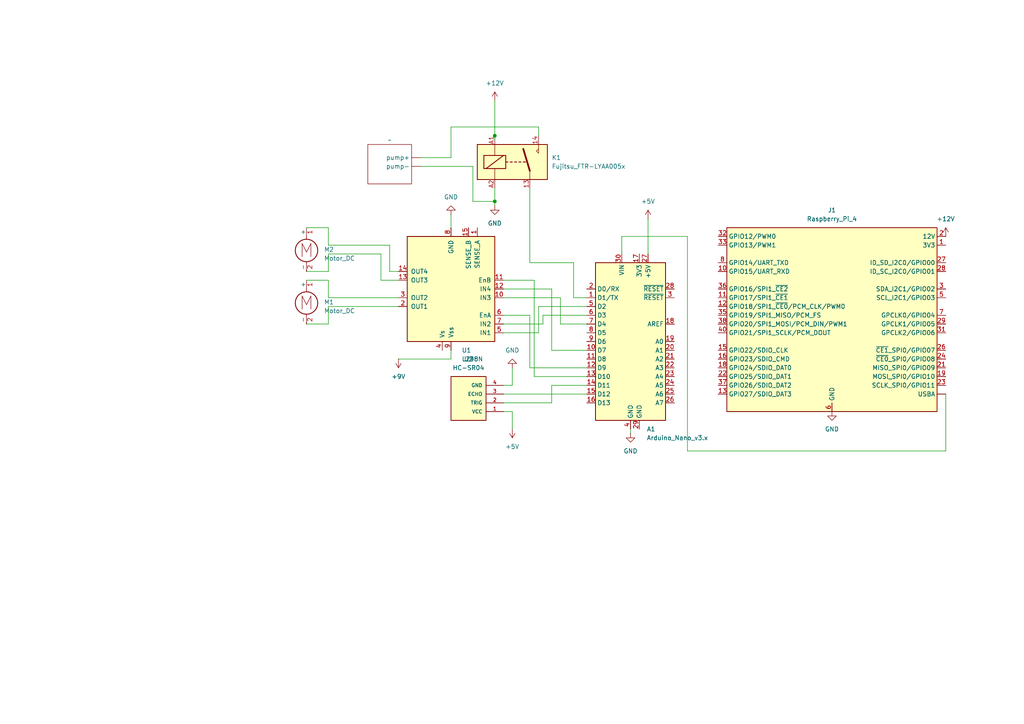
<source format=kicad_sch>
(kicad_sch
	(version 20250114)
	(generator "eeschema")
	(generator_version "9.0")
	(uuid "275f581a-a93a-463a-88f5-8e35a6325968")
	(paper "A4")
	(lib_symbols
		(symbol "Connector:Raspberry_Pi_4"
			(exclude_from_sim no)
			(in_bom yes)
			(on_board yes)
			(property "Reference" "J1"
				(at 0 30.48 0)
				(effects
					(font
						(size 1.27 1.27)
					)
				)
			)
			(property "Value" "Raspberry_Pi_4"
				(at 0 27.94 0)
				(effects
					(font
						(size 1.27 1.27)
					)
				)
			)
			(property "Footprint" ""
				(at 70.104 -47.498 0)
				(effects
					(font
						(size 1.27 1.27)
					)
					(justify left)
					(hide yes)
				)
			)
			(property "Datasheet" "https://datasheets.raspberrypi.com/rpi4/raspberry-pi-4-datasheet.pdf"
				(at 15.748 -32.258 0)
				(effects
					(font
						(size 1.27 1.27)
					)
					(justify left)
					(hide yes)
				)
			)
			(property "Description" "Raspberry Pi 4 Model B"
				(at 15.748 -29.718 0)
				(effects
					(font
						(size 1.27 1.27)
					)
					(justify left)
					(hide yes)
				)
			)
			(property "ki_keywords" "SBC RPi"
				(at 0 0 0)
				(effects
					(font
						(size 1.27 1.27)
					)
					(hide yes)
				)
			)
			(property "ki_fp_filters" "PinHeader*2x20*P2.54mm*Vertical* PinSocket*2x20*P2.54mm*Vertical*"
				(at 0 0 0)
				(effects
					(font
						(size 1.27 1.27)
					)
					(hide yes)
				)
			)
			(symbol "Raspberry_Pi_4_0_1"
				(rectangle
					(start -30.48 25.4)
					(end 30.48 -27.94)
					(stroke
						(width 0.254)
						(type default)
					)
					(fill
						(type background)
					)
				)
			)
			(symbol "Raspberry_Pi_4_1_1"
				(pin bidirectional line
					(at -33.02 22.86 0)
					(length 2.54)
					(name "GPIO12/PWM0"
						(effects
							(font
								(size 1.27 1.27)
							)
						)
					)
					(number "32"
						(effects
							(font
								(size 1.27 1.27)
							)
						)
					)
				)
				(pin bidirectional line
					(at -33.02 20.32 0)
					(length 2.54)
					(name "GPIO13/PWM1"
						(effects
							(font
								(size 1.27 1.27)
							)
						)
					)
					(number "33"
						(effects
							(font
								(size 1.27 1.27)
							)
						)
					)
				)
				(pin bidirectional line
					(at -33.02 15.24 0)
					(length 2.54)
					(name "GPIO14/UART_TXD"
						(effects
							(font
								(size 1.27 1.27)
							)
						)
					)
					(number "8"
						(effects
							(font
								(size 1.27 1.27)
							)
						)
					)
				)
				(pin bidirectional line
					(at -33.02 12.7 0)
					(length 2.54)
					(name "GPIO15/UART_RXD"
						(effects
							(font
								(size 1.27 1.27)
							)
						)
					)
					(number "10"
						(effects
							(font
								(size 1.27 1.27)
							)
						)
					)
				)
				(pin bidirectional line
					(at -33.02 7.62 0)
					(length 2.54)
					(name "GPIO16/SPI1_~{CE2}"
						(effects
							(font
								(size 1.27 1.27)
							)
						)
					)
					(number "36"
						(effects
							(font
								(size 1.27 1.27)
							)
						)
					)
				)
				(pin bidirectional line
					(at -33.02 5.08 0)
					(length 2.54)
					(name "GPIO17/SPI1_~{CE1}"
						(effects
							(font
								(size 1.27 1.27)
							)
						)
					)
					(number "11"
						(effects
							(font
								(size 1.27 1.27)
							)
						)
					)
				)
				(pin bidirectional line
					(at -33.02 2.54 0)
					(length 2.54)
					(name "GPIO18/SPI1_~{CE0}/PCM_CLK/PWM0"
						(effects
							(font
								(size 1.27 1.27)
							)
						)
					)
					(number "12"
						(effects
							(font
								(size 1.27 1.27)
							)
						)
					)
				)
				(pin bidirectional line
					(at -33.02 0 0)
					(length 2.54)
					(name "GPIO19/SPI1_MISO/PCM_FS"
						(effects
							(font
								(size 1.27 1.27)
							)
						)
					)
					(number "35"
						(effects
							(font
								(size 1.27 1.27)
							)
						)
					)
				)
				(pin bidirectional line
					(at -33.02 -2.54 0)
					(length 2.54)
					(name "GPIO20/SPI1_MOSI/PCM_DIN/PWM1"
						(effects
							(font
								(size 1.27 1.27)
							)
						)
					)
					(number "38"
						(effects
							(font
								(size 1.27 1.27)
							)
						)
					)
				)
				(pin bidirectional line
					(at -33.02 -5.08 0)
					(length 2.54)
					(name "GPIO21/SPI1_SCLK/PCM_DOUT"
						(effects
							(font
								(size 1.27 1.27)
							)
						)
					)
					(number "40"
						(effects
							(font
								(size 1.27 1.27)
							)
						)
					)
				)
				(pin bidirectional line
					(at -33.02 -10.16 0)
					(length 2.54)
					(name "GPIO22/SDIO_CLK"
						(effects
							(font
								(size 1.27 1.27)
							)
						)
					)
					(number "15"
						(effects
							(font
								(size 1.27 1.27)
							)
						)
					)
				)
				(pin bidirectional line
					(at -33.02 -12.7 0)
					(length 2.54)
					(name "GPIO23/SDIO_CMD"
						(effects
							(font
								(size 1.27 1.27)
							)
						)
					)
					(number "16"
						(effects
							(font
								(size 1.27 1.27)
							)
						)
					)
				)
				(pin bidirectional line
					(at -33.02 -15.24 0)
					(length 2.54)
					(name "GPIO24/SDIO_DAT0"
						(effects
							(font
								(size 1.27 1.27)
							)
						)
					)
					(number "18"
						(effects
							(font
								(size 1.27 1.27)
							)
						)
					)
				)
				(pin bidirectional line
					(at -33.02 -17.78 0)
					(length 2.54)
					(name "GPIO25/SDIO_DAT1"
						(effects
							(font
								(size 1.27 1.27)
							)
						)
					)
					(number "22"
						(effects
							(font
								(size 1.27 1.27)
							)
						)
					)
				)
				(pin bidirectional line
					(at -33.02 -20.32 0)
					(length 2.54)
					(name "GPIO26/SDIO_DAT2"
						(effects
							(font
								(size 1.27 1.27)
							)
						)
					)
					(number "37"
						(effects
							(font
								(size 1.27 1.27)
							)
						)
					)
				)
				(pin bidirectional line
					(at -33.02 -22.86 0)
					(length 2.54)
					(name "GPIO27/SDIO_DAT3"
						(effects
							(font
								(size 1.27 1.27)
							)
						)
					)
					(number "13"
						(effects
							(font
								(size 1.27 1.27)
							)
						)
					)
				)
				(pin passive line
					(at 0 -27.94 90)
					(length 2.54)
					(hide yes)
					(name "GND"
						(effects
							(font
								(size 1.27 1.27)
							)
						)
					)
					(number "14"
						(effects
							(font
								(size 1.27 1.27)
							)
						)
					)
				)
				(pin passive line
					(at 0 -27.94 90)
					(length 2.54)
					(hide yes)
					(name "GND"
						(effects
							(font
								(size 1.27 1.27)
							)
						)
					)
					(number "20"
						(effects
							(font
								(size 1.27 1.27)
							)
						)
					)
				)
				(pin passive line
					(at 0 -27.94 90)
					(length 2.54)
					(hide yes)
					(name "GND"
						(effects
							(font
								(size 1.27 1.27)
							)
						)
					)
					(number "25"
						(effects
							(font
								(size 1.27 1.27)
							)
						)
					)
				)
				(pin passive line
					(at 0 -27.94 90)
					(length 2.54)
					(hide yes)
					(name "GND"
						(effects
							(font
								(size 1.27 1.27)
							)
						)
					)
					(number "30"
						(effects
							(font
								(size 1.27 1.27)
							)
						)
					)
				)
				(pin passive line
					(at 0 -27.94 90)
					(length 2.54)
					(hide yes)
					(name "GND"
						(effects
							(font
								(size 1.27 1.27)
							)
						)
					)
					(number "34"
						(effects
							(font
								(size 1.27 1.27)
							)
						)
					)
				)
				(pin passive line
					(at 0 -27.94 90)
					(length 2.54)
					(hide yes)
					(name "GND"
						(effects
							(font
								(size 1.27 1.27)
							)
						)
					)
					(number "39"
						(effects
							(font
								(size 1.27 1.27)
							)
						)
					)
				)
				(pin power_out line
					(at 0 -27.94 90)
					(length 2.54)
					(name "GND"
						(effects
							(font
								(size 1.27 1.27)
							)
						)
					)
					(number "6"
						(effects
							(font
								(size 1.27 1.27)
							)
						)
					)
				)
				(pin passive line
					(at 0 -27.94 90)
					(length 2.54)
					(hide yes)
					(name "GND"
						(effects
							(font
								(size 1.27 1.27)
							)
						)
					)
					(number "9"
						(effects
							(font
								(size 1.27 1.27)
							)
						)
					)
				)
				(pin power_out line
					(at 33.02 22.86 180)
					(length 2.54)
					(name "12V"
						(effects
							(font
								(size 1.27 1.27)
							)
						)
					)
					(number "2"
						(effects
							(font
								(size 1.27 1.27)
							)
						)
					)
				)
				(pin passive line
					(at 33.02 22.86 180)
					(length 2.54)
					(hide yes)
					(name "5V"
						(effects
							(font
								(size 1.27 1.27)
							)
						)
					)
					(number "4"
						(effects
							(font
								(size 1.27 1.27)
							)
						)
					)
				)
				(pin power_out line
					(at 33.02 20.32 180)
					(length 2.54)
					(name "3V3"
						(effects
							(font
								(size 1.27 1.27)
							)
						)
					)
					(number "1"
						(effects
							(font
								(size 1.27 1.27)
							)
						)
					)
				)
				(pin passive line
					(at 33.02 20.32 180)
					(length 2.54)
					(hide yes)
					(name "3V3"
						(effects
							(font
								(size 1.27 1.27)
							)
						)
					)
					(number "17"
						(effects
							(font
								(size 1.27 1.27)
							)
						)
					)
				)
				(pin bidirectional line
					(at 33.02 15.24 180)
					(length 2.54)
					(name "ID_SD_I2C0/GPIO00"
						(effects
							(font
								(size 1.27 1.27)
							)
						)
					)
					(number "27"
						(effects
							(font
								(size 1.27 1.27)
							)
						)
					)
				)
				(pin bidirectional line
					(at 33.02 12.7 180)
					(length 2.54)
					(name "ID_SC_I2C0/GPIO01"
						(effects
							(font
								(size 1.27 1.27)
							)
						)
					)
					(number "28"
						(effects
							(font
								(size 1.27 1.27)
							)
						)
					)
				)
				(pin bidirectional line
					(at 33.02 7.62 180)
					(length 2.54)
					(name "SDA_I2C1/GPIO02"
						(effects
							(font
								(size 1.27 1.27)
							)
						)
					)
					(number "3"
						(effects
							(font
								(size 1.27 1.27)
							)
						)
					)
				)
				(pin bidirectional line
					(at 33.02 5.08 180)
					(length 2.54)
					(name "SCL_I2C1/GPIO03"
						(effects
							(font
								(size 1.27 1.27)
							)
						)
					)
					(number "5"
						(effects
							(font
								(size 1.27 1.27)
							)
						)
					)
				)
				(pin bidirectional line
					(at 33.02 0 180)
					(length 2.54)
					(name "GPCLK0/GPIO04"
						(effects
							(font
								(size 1.27 1.27)
							)
						)
					)
					(number "7"
						(effects
							(font
								(size 1.27 1.27)
							)
						)
					)
				)
				(pin bidirectional line
					(at 33.02 -2.54 180)
					(length 2.54)
					(name "GPCLK1/GPIO05"
						(effects
							(font
								(size 1.27 1.27)
							)
						)
					)
					(number "29"
						(effects
							(font
								(size 1.27 1.27)
							)
						)
					)
				)
				(pin bidirectional line
					(at 33.02 -5.08 180)
					(length 2.54)
					(name "GPCLK2/GPIO06"
						(effects
							(font
								(size 1.27 1.27)
							)
						)
					)
					(number "31"
						(effects
							(font
								(size 1.27 1.27)
							)
						)
					)
				)
				(pin bidirectional line
					(at 33.02 -10.16 180)
					(length 2.54)
					(name "~{CE1}_SPI0/GPIO07"
						(effects
							(font
								(size 1.27 1.27)
							)
						)
					)
					(number "26"
						(effects
							(font
								(size 1.27 1.27)
							)
						)
					)
				)
				(pin bidirectional line
					(at 33.02 -12.7 180)
					(length 2.54)
					(name "~{CE0}_SPI0/GPIO08"
						(effects
							(font
								(size 1.27 1.27)
							)
						)
					)
					(number "24"
						(effects
							(font
								(size 1.27 1.27)
							)
						)
					)
				)
				(pin bidirectional line
					(at 33.02 -15.24 180)
					(length 2.54)
					(name "MISO_SPI0/GPIO09"
						(effects
							(font
								(size 1.27 1.27)
							)
						)
					)
					(number "21"
						(effects
							(font
								(size 1.27 1.27)
							)
						)
					)
				)
				(pin bidirectional line
					(at 33.02 -17.78 180)
					(length 2.54)
					(name "MOSI_SPI0/GPIO10"
						(effects
							(font
								(size 1.27 1.27)
							)
						)
					)
					(number "19"
						(effects
							(font
								(size 1.27 1.27)
							)
						)
					)
				)
				(pin bidirectional line
					(at 33.02 -20.32 180)
					(length 2.54)
					(name "SCLK_SPI0/GPIO11"
						(effects
							(font
								(size 1.27 1.27)
							)
						)
					)
					(number "23"
						(effects
							(font
								(size 1.27 1.27)
							)
						)
					)
				)
				(pin output line
					(at 33.02 -22.86 180)
					(length 2.54)
					(name "USBA"
						(effects
							(font
								(size 1.27 1.27)
							)
						)
					)
					(number ""
						(effects
							(font
								(size 1.27 1.27)
							)
						)
					)
				)
			)
			(embedded_fonts no)
		)
		(symbol "Driver_Motor:L298N"
			(pin_names
				(offset 1.016)
			)
			(exclude_from_sim no)
			(in_bom yes)
			(on_board yes)
			(property "Reference" "U"
				(at -10.16 16.51 0)
				(effects
					(font
						(size 1.27 1.27)
					)
					(justify right)
				)
			)
			(property "Value" "L298N"
				(at 12.7 16.51 0)
				(effects
					(font
						(size 1.27 1.27)
					)
					(justify right)
				)
			)
			(property "Footprint" "Package_TO_SOT_THT:TO-220-15_P2.54x2.54mm_StaggerOdd_Lead4.58mm_Vertical"
				(at 1.27 -16.51 0)
				(effects
					(font
						(size 1.27 1.27)
					)
					(justify left)
					(hide yes)
				)
			)
			(property "Datasheet" "http://www.st.com/st-web-ui/static/active/en/resource/technical/document/datasheet/CD00000240.pdf"
				(at 3.81 6.35 0)
				(effects
					(font
						(size 1.27 1.27)
					)
					(hide yes)
				)
			)
			(property "Description" "Dual full bridge motor driver, up to 46V, 4A, Multiwatt15-V"
				(at 0 0 0)
				(effects
					(font
						(size 1.27 1.27)
					)
					(hide yes)
				)
			)
			(property "ki_keywords" "H-bridge motor driver"
				(at 0 0 0)
				(effects
					(font
						(size 1.27 1.27)
					)
					(hide yes)
				)
			)
			(property "ki_fp_filters" "TO?220*StaggerOdd*Vertical*"
				(at 0 0 0)
				(effects
					(font
						(size 1.27 1.27)
					)
					(hide yes)
				)
			)
			(symbol "L298N_0_1"
				(rectangle
					(start -12.7 15.24)
					(end 12.7 -15.24)
					(stroke
						(width 0.254)
						(type default)
					)
					(fill
						(type background)
					)
				)
			)
			(symbol "L298N_1_1"
				(pin input line
					(at -15.24 12.7 0)
					(length 2.54)
					(name "IN1"
						(effects
							(font
								(size 1.27 1.27)
							)
						)
					)
					(number "5"
						(effects
							(font
								(size 1.27 1.27)
							)
						)
					)
				)
				(pin input line
					(at -15.24 10.16 0)
					(length 2.54)
					(name "IN2"
						(effects
							(font
								(size 1.27 1.27)
							)
						)
					)
					(number "7"
						(effects
							(font
								(size 1.27 1.27)
							)
						)
					)
				)
				(pin input line
					(at -15.24 7.62 0)
					(length 2.54)
					(name "EnA"
						(effects
							(font
								(size 1.27 1.27)
							)
						)
					)
					(number "6"
						(effects
							(font
								(size 1.27 1.27)
							)
						)
					)
				)
				(pin input line
					(at -15.24 2.54 0)
					(length 2.54)
					(name "IN3"
						(effects
							(font
								(size 1.27 1.27)
							)
						)
					)
					(number "10"
						(effects
							(font
								(size 1.27 1.27)
							)
						)
					)
				)
				(pin input line
					(at -15.24 0 0)
					(length 2.54)
					(name "IN4"
						(effects
							(font
								(size 1.27 1.27)
							)
						)
					)
					(number "12"
						(effects
							(font
								(size 1.27 1.27)
							)
						)
					)
				)
				(pin input line
					(at -15.24 -2.54 0)
					(length 2.54)
					(name "EnB"
						(effects
							(font
								(size 1.27 1.27)
							)
						)
					)
					(number "11"
						(effects
							(font
								(size 1.27 1.27)
							)
						)
					)
				)
				(pin power_in line
					(at -7.62 -17.78 90)
					(length 2.54)
					(name "SENSE_A"
						(effects
							(font
								(size 1.27 1.27)
							)
						)
					)
					(number "1"
						(effects
							(font
								(size 1.27 1.27)
							)
						)
					)
				)
				(pin power_in line
					(at -5.08 -17.78 90)
					(length 2.54)
					(name "SENSE_B"
						(effects
							(font
								(size 1.27 1.27)
							)
						)
					)
					(number "15"
						(effects
							(font
								(size 1.27 1.27)
							)
						)
					)
				)
				(pin power_in line
					(at 0 17.78 270)
					(length 2.54)
					(name "Vss"
						(effects
							(font
								(size 1.27 1.27)
							)
						)
					)
					(number "9"
						(effects
							(font
								(size 1.27 1.27)
							)
						)
					)
				)
				(pin power_in line
					(at 0 -17.78 90)
					(length 2.54)
					(name "GND"
						(effects
							(font
								(size 1.27 1.27)
							)
						)
					)
					(number "8"
						(effects
							(font
								(size 1.27 1.27)
							)
						)
					)
				)
				(pin power_in line
					(at 2.54 17.78 270)
					(length 2.54)
					(name "Vs"
						(effects
							(font
								(size 1.27 1.27)
							)
						)
					)
					(number "4"
						(effects
							(font
								(size 1.27 1.27)
							)
						)
					)
				)
				(pin output line
					(at 15.24 5.08 180)
					(length 2.54)
					(name "OUT1"
						(effects
							(font
								(size 1.27 1.27)
							)
						)
					)
					(number "2"
						(effects
							(font
								(size 1.27 1.27)
							)
						)
					)
				)
				(pin output line
					(at 15.24 2.54 180)
					(length 2.54)
					(name "OUT2"
						(effects
							(font
								(size 1.27 1.27)
							)
						)
					)
					(number "3"
						(effects
							(font
								(size 1.27 1.27)
							)
						)
					)
				)
				(pin output line
					(at 15.24 -2.54 180)
					(length 2.54)
					(name "OUT3"
						(effects
							(font
								(size 1.27 1.27)
							)
						)
					)
					(number "13"
						(effects
							(font
								(size 1.27 1.27)
							)
						)
					)
				)
				(pin output line
					(at 15.24 -5.08 180)
					(length 2.54)
					(name "OUT4"
						(effects
							(font
								(size 1.27 1.27)
							)
						)
					)
					(number "14"
						(effects
							(font
								(size 1.27 1.27)
							)
						)
					)
				)
			)
			(embedded_fonts no)
		)
		(symbol "HC-SR04:HC-SR04"
			(pin_names
				(offset 1.016)
			)
			(exclude_from_sim no)
			(in_bom yes)
			(on_board yes)
			(property "Reference" "U"
				(at 0 5.0813 0)
				(effects
					(font
						(size 1.27 1.27)
					)
					(justify left bottom)
				)
			)
			(property "Value" "HC-SR04"
				(at 0 -10.163 0)
				(effects
					(font
						(size 1.27 1.27)
					)
					(justify left bottom)
				)
			)
			(property "Footprint" "HC-SR04:XCVR_HC-SR04"
				(at 0 0 0)
				(effects
					(font
						(size 1.27 1.27)
					)
					(justify bottom)
					(hide yes)
				)
			)
			(property "Datasheet" ""
				(at 0 0 0)
				(effects
					(font
						(size 1.27 1.27)
					)
					(hide yes)
				)
			)
			(property "Description" ""
				(at 0 0 0)
				(effects
					(font
						(size 1.27 1.27)
					)
					(hide yes)
				)
			)
			(property "MF" "SparkFun Electronics"
				(at 0 0 0)
				(effects
					(font
						(size 1.27 1.27)
					)
					(justify bottom)
					(hide yes)
				)
			)
			(property "Description_1" "HC-SR04 Ultrasonic Sensor Qwiic Platform Evaluation Expansion Board"
				(at 0 0 0)
				(effects
					(font
						(size 1.27 1.27)
					)
					(justify bottom)
					(hide yes)
				)
			)
			(property "Package" "None"
				(at 0 0 0)
				(effects
					(font
						(size 1.27 1.27)
					)
					(justify bottom)
					(hide yes)
				)
			)
			(property "Price" "None"
				(at 0 0 0)
				(effects
					(font
						(size 1.27 1.27)
					)
					(justify bottom)
					(hide yes)
				)
			)
			(property "Check_prices" "https://www.snapeda.com/parts/HC-SR04/SparkFun/view-part/?ref=eda"
				(at 0 0 0)
				(effects
					(font
						(size 1.27 1.27)
					)
					(justify bottom)
					(hide yes)
				)
			)
			(property "SnapEDA_Link" "https://www.snapeda.com/parts/HC-SR04/SparkFun/view-part/?ref=snap"
				(at 0 0 0)
				(effects
					(font
						(size 1.27 1.27)
					)
					(justify bottom)
					(hide yes)
				)
			)
			(property "MP" "HC-SR04"
				(at 0 0 0)
				(effects
					(font
						(size 1.27 1.27)
					)
					(justify bottom)
					(hide yes)
				)
			)
			(property "Availability" "Not in stock"
				(at 0 0 0)
				(effects
					(font
						(size 1.27 1.27)
					)
					(justify bottom)
					(hide yes)
				)
			)
			(property "MANUFACTURER" "Osepp"
				(at 0 0 0)
				(effects
					(font
						(size 1.27 1.27)
					)
					(justify bottom)
					(hide yes)
				)
			)
			(symbol "HC-SR04_0_0"
				(rectangle
					(start 0 -7.62)
					(end 10.16 5.08)
					(stroke
						(width 0.254)
						(type default)
					)
					(fill
						(type background)
					)
				)
				(pin power_in line
					(at -5.08 2.54 0)
					(length 5.08)
					(name "VCC"
						(effects
							(font
								(size 1.016 1.016)
							)
						)
					)
					(number "1"
						(effects
							(font
								(size 1.016 1.016)
							)
						)
					)
				)
				(pin bidirectional line
					(at -5.08 0 0)
					(length 5.08)
					(name "TRIG"
						(effects
							(font
								(size 1.016 1.016)
							)
						)
					)
					(number "2"
						(effects
							(font
								(size 1.016 1.016)
							)
						)
					)
				)
				(pin bidirectional line
					(at -5.08 -2.54 0)
					(length 5.08)
					(name "ECHO"
						(effects
							(font
								(size 1.016 1.016)
							)
						)
					)
					(number "3"
						(effects
							(font
								(size 1.016 1.016)
							)
						)
					)
				)
				(pin power_in line
					(at -5.08 -5.08 0)
					(length 5.08)
					(name "GND"
						(effects
							(font
								(size 1.016 1.016)
							)
						)
					)
					(number "4"
						(effects
							(font
								(size 1.016 1.016)
							)
						)
					)
				)
			)
			(embedded_fonts no)
		)
		(symbol "HC-SR04:pump_vaccum"
			(exclude_from_sim no)
			(in_bom yes)
			(on_board yes)
			(property "Reference" "U"
				(at 0 0 0)
				(effects
					(font
						(size 1.27 1.27)
					)
					(hide yes)
				)
			)
			(property "Value" ""
				(at 0 0 0)
				(effects
					(font
						(size 1.27 1.27)
					)
				)
			)
			(property "Footprint" ""
				(at 0 0 0)
				(effects
					(font
						(size 1.27 1.27)
					)
					(hide yes)
				)
			)
			(property "Datasheet" ""
				(at 0 0 0)
				(effects
					(font
						(size 1.27 1.27)
					)
					(hide yes)
				)
			)
			(property "Description" ""
				(at 0 0 0)
				(effects
					(font
						(size 1.27 1.27)
					)
					(hide yes)
				)
			)
			(symbol "pump_vaccum_0_1"
				(rectangle
					(start -10.16 5.08)
					(end 2.54 -6.35)
					(stroke
						(width 0)
						(type default)
					)
					(fill
						(type none)
					)
				)
			)
			(symbol "pump_vaccum_1_1"
				(pin input line
					(at 5.08 1.27 180)
					(length 2.54)
					(name "pump+"
						(effects
							(font
								(size 1.27 1.27)
							)
						)
					)
					(number ""
						(effects
							(font
								(size 1.27 1.27)
							)
						)
					)
				)
				(pin input line
					(at 5.08 -1.27 180)
					(length 2.54)
					(name "pump-"
						(effects
							(font
								(size 1.27 1.27)
							)
						)
					)
					(number ""
						(effects
							(font
								(size 1.27 1.27)
							)
						)
					)
				)
			)
			(embedded_fonts no)
		)
		(symbol "MCU_Module:Arduino_Nano_v3.x"
			(exclude_from_sim no)
			(in_bom yes)
			(on_board yes)
			(property "Reference" "A"
				(at -10.16 23.495 0)
				(effects
					(font
						(size 1.27 1.27)
					)
					(justify left bottom)
				)
			)
			(property "Value" "Arduino_Nano_v3.x"
				(at 5.08 -24.13 0)
				(effects
					(font
						(size 1.27 1.27)
					)
					(justify left top)
				)
			)
			(property "Footprint" "Module:Arduino_Nano"
				(at 0 0 0)
				(effects
					(font
						(size 1.27 1.27)
						(italic yes)
					)
					(hide yes)
				)
			)
			(property "Datasheet" "http://www.mouser.com/pdfdocs/Gravitech_Arduino_Nano3_0.pdf"
				(at 0 0 0)
				(effects
					(font
						(size 1.27 1.27)
					)
					(hide yes)
				)
			)
			(property "Description" "Arduino Nano v3.x"
				(at 0 0 0)
				(effects
					(font
						(size 1.27 1.27)
					)
					(hide yes)
				)
			)
			(property "ki_keywords" "Arduino nano microcontroller module USB"
				(at 0 0 0)
				(effects
					(font
						(size 1.27 1.27)
					)
					(hide yes)
				)
			)
			(property "ki_fp_filters" "Arduino*Nano*"
				(at 0 0 0)
				(effects
					(font
						(size 1.27 1.27)
					)
					(hide yes)
				)
			)
			(symbol "Arduino_Nano_v3.x_0_1"
				(rectangle
					(start -10.16 22.86)
					(end 10.16 -22.86)
					(stroke
						(width 0.254)
						(type default)
					)
					(fill
						(type background)
					)
				)
			)
			(symbol "Arduino_Nano_v3.x_1_1"
				(pin bidirectional line
					(at -12.7 15.24 0)
					(length 2.54)
					(name "D0/RX"
						(effects
							(font
								(size 1.27 1.27)
							)
						)
					)
					(number "2"
						(effects
							(font
								(size 1.27 1.27)
							)
						)
					)
				)
				(pin bidirectional line
					(at -12.7 12.7 0)
					(length 2.54)
					(name "D1/TX"
						(effects
							(font
								(size 1.27 1.27)
							)
						)
					)
					(number "1"
						(effects
							(font
								(size 1.27 1.27)
							)
						)
					)
				)
				(pin bidirectional line
					(at -12.7 10.16 0)
					(length 2.54)
					(name "D2"
						(effects
							(font
								(size 1.27 1.27)
							)
						)
					)
					(number "5"
						(effects
							(font
								(size 1.27 1.27)
							)
						)
					)
				)
				(pin bidirectional line
					(at -12.7 7.62 0)
					(length 2.54)
					(name "D3"
						(effects
							(font
								(size 1.27 1.27)
							)
						)
					)
					(number "6"
						(effects
							(font
								(size 1.27 1.27)
							)
						)
					)
				)
				(pin bidirectional line
					(at -12.7 5.08 0)
					(length 2.54)
					(name "D4"
						(effects
							(font
								(size 1.27 1.27)
							)
						)
					)
					(number "7"
						(effects
							(font
								(size 1.27 1.27)
							)
						)
					)
				)
				(pin bidirectional line
					(at -12.7 2.54 0)
					(length 2.54)
					(name "D5"
						(effects
							(font
								(size 1.27 1.27)
							)
						)
					)
					(number "8"
						(effects
							(font
								(size 1.27 1.27)
							)
						)
					)
				)
				(pin bidirectional line
					(at -12.7 0 0)
					(length 2.54)
					(name "D6"
						(effects
							(font
								(size 1.27 1.27)
							)
						)
					)
					(number "9"
						(effects
							(font
								(size 1.27 1.27)
							)
						)
					)
				)
				(pin bidirectional line
					(at -12.7 -2.54 0)
					(length 2.54)
					(name "D7"
						(effects
							(font
								(size 1.27 1.27)
							)
						)
					)
					(number "10"
						(effects
							(font
								(size 1.27 1.27)
							)
						)
					)
				)
				(pin bidirectional line
					(at -12.7 -5.08 0)
					(length 2.54)
					(name "D8"
						(effects
							(font
								(size 1.27 1.27)
							)
						)
					)
					(number "11"
						(effects
							(font
								(size 1.27 1.27)
							)
						)
					)
				)
				(pin bidirectional line
					(at -12.7 -7.62 0)
					(length 2.54)
					(name "D9"
						(effects
							(font
								(size 1.27 1.27)
							)
						)
					)
					(number "12"
						(effects
							(font
								(size 1.27 1.27)
							)
						)
					)
				)
				(pin bidirectional line
					(at -12.7 -10.16 0)
					(length 2.54)
					(name "D10"
						(effects
							(font
								(size 1.27 1.27)
							)
						)
					)
					(number "13"
						(effects
							(font
								(size 1.27 1.27)
							)
						)
					)
				)
				(pin bidirectional line
					(at -12.7 -12.7 0)
					(length 2.54)
					(name "D11"
						(effects
							(font
								(size 1.27 1.27)
							)
						)
					)
					(number "14"
						(effects
							(font
								(size 1.27 1.27)
							)
						)
					)
				)
				(pin bidirectional line
					(at -12.7 -15.24 0)
					(length 2.54)
					(name "D12"
						(effects
							(font
								(size 1.27 1.27)
							)
						)
					)
					(number "15"
						(effects
							(font
								(size 1.27 1.27)
							)
						)
					)
				)
				(pin bidirectional line
					(at -12.7 -17.78 0)
					(length 2.54)
					(name "D13"
						(effects
							(font
								(size 1.27 1.27)
							)
						)
					)
					(number "16"
						(effects
							(font
								(size 1.27 1.27)
							)
						)
					)
				)
				(pin power_in line
					(at -2.54 25.4 270)
					(length 2.54)
					(name "VIN"
						(effects
							(font
								(size 1.27 1.27)
							)
						)
					)
					(number "30"
						(effects
							(font
								(size 1.27 1.27)
							)
						)
					)
				)
				(pin power_in line
					(at 0 -25.4 90)
					(length 2.54)
					(name "GND"
						(effects
							(font
								(size 1.27 1.27)
							)
						)
					)
					(number "4"
						(effects
							(font
								(size 1.27 1.27)
							)
						)
					)
				)
				(pin power_out line
					(at 2.54 25.4 270)
					(length 2.54)
					(name "3V3"
						(effects
							(font
								(size 1.27 1.27)
							)
						)
					)
					(number "17"
						(effects
							(font
								(size 1.27 1.27)
							)
						)
					)
				)
				(pin power_in line
					(at 2.54 -25.4 90)
					(length 2.54)
					(name "GND"
						(effects
							(font
								(size 1.27 1.27)
							)
						)
					)
					(number "29"
						(effects
							(font
								(size 1.27 1.27)
							)
						)
					)
				)
				(pin power_out line
					(at 5.08 25.4 270)
					(length 2.54)
					(name "+5V"
						(effects
							(font
								(size 1.27 1.27)
							)
						)
					)
					(number "27"
						(effects
							(font
								(size 1.27 1.27)
							)
						)
					)
				)
				(pin input line
					(at 12.7 15.24 180)
					(length 2.54)
					(name "~{RESET}"
						(effects
							(font
								(size 1.27 1.27)
							)
						)
					)
					(number "28"
						(effects
							(font
								(size 1.27 1.27)
							)
						)
					)
				)
				(pin input line
					(at 12.7 12.7 180)
					(length 2.54)
					(name "~{RESET}"
						(effects
							(font
								(size 1.27 1.27)
							)
						)
					)
					(number "3"
						(effects
							(font
								(size 1.27 1.27)
							)
						)
					)
				)
				(pin input line
					(at 12.7 5.08 180)
					(length 2.54)
					(name "AREF"
						(effects
							(font
								(size 1.27 1.27)
							)
						)
					)
					(number "18"
						(effects
							(font
								(size 1.27 1.27)
							)
						)
					)
				)
				(pin bidirectional line
					(at 12.7 0 180)
					(length 2.54)
					(name "A0"
						(effects
							(font
								(size 1.27 1.27)
							)
						)
					)
					(number "19"
						(effects
							(font
								(size 1.27 1.27)
							)
						)
					)
				)
				(pin bidirectional line
					(at 12.7 -2.54 180)
					(length 2.54)
					(name "A1"
						(effects
							(font
								(size 1.27 1.27)
							)
						)
					)
					(number "20"
						(effects
							(font
								(size 1.27 1.27)
							)
						)
					)
				)
				(pin bidirectional line
					(at 12.7 -5.08 180)
					(length 2.54)
					(name "A2"
						(effects
							(font
								(size 1.27 1.27)
							)
						)
					)
					(number "21"
						(effects
							(font
								(size 1.27 1.27)
							)
						)
					)
				)
				(pin bidirectional line
					(at 12.7 -7.62 180)
					(length 2.54)
					(name "A3"
						(effects
							(font
								(size 1.27 1.27)
							)
						)
					)
					(number "22"
						(effects
							(font
								(size 1.27 1.27)
							)
						)
					)
				)
				(pin bidirectional line
					(at 12.7 -10.16 180)
					(length 2.54)
					(name "A4"
						(effects
							(font
								(size 1.27 1.27)
							)
						)
					)
					(number "23"
						(effects
							(font
								(size 1.27 1.27)
							)
						)
					)
				)
				(pin bidirectional line
					(at 12.7 -12.7 180)
					(length 2.54)
					(name "A5"
						(effects
							(font
								(size 1.27 1.27)
							)
						)
					)
					(number "24"
						(effects
							(font
								(size 1.27 1.27)
							)
						)
					)
				)
				(pin bidirectional line
					(at 12.7 -15.24 180)
					(length 2.54)
					(name "A6"
						(effects
							(font
								(size 1.27 1.27)
							)
						)
					)
					(number "25"
						(effects
							(font
								(size 1.27 1.27)
							)
						)
					)
				)
				(pin bidirectional line
					(at 12.7 -17.78 180)
					(length 2.54)
					(name "A7"
						(effects
							(font
								(size 1.27 1.27)
							)
						)
					)
					(number "26"
						(effects
							(font
								(size 1.27 1.27)
							)
						)
					)
				)
			)
			(embedded_fonts no)
		)
		(symbol "Motor:Motor_DC"
			(pin_names
				(offset 0)
			)
			(exclude_from_sim no)
			(in_bom yes)
			(on_board yes)
			(property "Reference" "M"
				(at 2.54 2.54 0)
				(effects
					(font
						(size 1.27 1.27)
					)
					(justify left)
				)
			)
			(property "Value" "Motor_DC"
				(at 2.54 -5.08 0)
				(effects
					(font
						(size 1.27 1.27)
					)
					(justify left top)
				)
			)
			(property "Footprint" ""
				(at 0 -2.286 0)
				(effects
					(font
						(size 1.27 1.27)
					)
					(hide yes)
				)
			)
			(property "Datasheet" "~"
				(at 0 -2.286 0)
				(effects
					(font
						(size 1.27 1.27)
					)
					(hide yes)
				)
			)
			(property "Description" "DC Motor"
				(at 0 0 0)
				(effects
					(font
						(size 1.27 1.27)
					)
					(hide yes)
				)
			)
			(property "ki_keywords" "DC Motor"
				(at 0 0 0)
				(effects
					(font
						(size 1.27 1.27)
					)
					(hide yes)
				)
			)
			(property "ki_fp_filters" "PinHeader*P2.54mm* TerminalBlock*"
				(at 0 0 0)
				(effects
					(font
						(size 1.27 1.27)
					)
					(hide yes)
				)
			)
			(symbol "Motor_DC_0_0"
				(polyline
					(pts
						(xy -1.27 -3.302) (xy -1.27 0.508) (xy 0 -2.032) (xy 1.27 0.508) (xy 1.27 -3.302)
					)
					(stroke
						(width 0)
						(type default)
					)
					(fill
						(type none)
					)
				)
			)
			(symbol "Motor_DC_0_1"
				(polyline
					(pts
						(xy 0 2.032) (xy 0 2.54)
					)
					(stroke
						(width 0)
						(type default)
					)
					(fill
						(type none)
					)
				)
				(polyline
					(pts
						(xy 0 1.7272) (xy 0 2.0828)
					)
					(stroke
						(width 0)
						(type default)
					)
					(fill
						(type none)
					)
				)
				(circle
					(center 0 -1.524)
					(radius 3.2512)
					(stroke
						(width 0.254)
						(type default)
					)
					(fill
						(type none)
					)
				)
				(polyline
					(pts
						(xy 0 -4.7752) (xy 0 -5.1816)
					)
					(stroke
						(width 0)
						(type default)
					)
					(fill
						(type none)
					)
				)
				(polyline
					(pts
						(xy 0 -7.62) (xy 0 -7.112)
					)
					(stroke
						(width 0)
						(type default)
					)
					(fill
						(type none)
					)
				)
			)
			(symbol "Motor_DC_1_1"
				(pin passive line
					(at 0 5.08 270)
					(length 2.54)
					(name "+"
						(effects
							(font
								(size 1.27 1.27)
							)
						)
					)
					(number "1"
						(effects
							(font
								(size 1.27 1.27)
							)
						)
					)
				)
				(pin passive line
					(at 0 -7.62 90)
					(length 2.54)
					(name "-"
						(effects
							(font
								(size 1.27 1.27)
							)
						)
					)
					(number "2"
						(effects
							(font
								(size 1.27 1.27)
							)
						)
					)
				)
			)
			(embedded_fonts no)
		)
		(symbol "Relay:Fujitsu_FTR-LYAA005x"
			(exclude_from_sim no)
			(in_bom yes)
			(on_board yes)
			(property "Reference" "K"
				(at 11.43 3.81 0)
				(effects
					(font
						(size 1.27 1.27)
					)
					(justify left)
				)
			)
			(property "Value" "Fujitsu_FTR-LYAA005x"
				(at 11.43 1.27 0)
				(effects
					(font
						(size 1.27 1.27)
					)
					(justify left)
				)
			)
			(property "Footprint" "Relay_THT:Relay_SPST-NO_Fujitsu_FTR-LYAA005x_FormA_Vertical"
				(at 11.43 -1.27 0)
				(effects
					(font
						(size 1.27 1.27)
					)
					(justify left)
					(hide yes)
				)
			)
			(property "Datasheet" "https://www.fujitsu.com/sg/imagesgig5/ftr-ly.pdf"
				(at 17.78 -3.81 0)
				(effects
					(font
						(size 1.27 1.27)
					)
					(justify left)
					(hide yes)
				)
			)
			(property "Description" "Relay, SPST Form A, vertical mount, 5-60V coil, 6A, 250VAC, 28 x 5 x 15mm"
				(at 0 0 0)
				(effects
					(font
						(size 1.27 1.27)
					)
					(hide yes)
				)
			)
			(property "ki_keywords" "6A SPST-NO Relay"
				(at 0 0 0)
				(effects
					(font
						(size 1.27 1.27)
					)
					(hide yes)
				)
			)
			(property "ki_fp_filters" "Relay*Fujitsu*FTR?LYA*"
				(at 0 0 0)
				(effects
					(font
						(size 1.27 1.27)
					)
					(hide yes)
				)
			)
			(symbol "Fujitsu_FTR-LYAA005x_0_0"
				(polyline
					(pts
						(xy 7.62 5.08) (xy 7.62 2.54) (xy 6.985 3.175) (xy 7.62 3.81)
					)
					(stroke
						(width 0)
						(type default)
					)
					(fill
						(type none)
					)
				)
			)
			(symbol "Fujitsu_FTR-LYAA005x_0_1"
				(rectangle
					(start -10.16 5.08)
					(end 10.16 -5.08)
					(stroke
						(width 0.254)
						(type default)
					)
					(fill
						(type background)
					)
				)
				(rectangle
					(start -8.255 1.905)
					(end -1.905 -1.905)
					(stroke
						(width 0.254)
						(type default)
					)
					(fill
						(type none)
					)
				)
				(polyline
					(pts
						(xy -7.62 -1.905) (xy -2.54 1.905)
					)
					(stroke
						(width 0.254)
						(type default)
					)
					(fill
						(type none)
					)
				)
				(polyline
					(pts
						(xy -5.08 5.08) (xy -5.08 1.905)
					)
					(stroke
						(width 0)
						(type default)
					)
					(fill
						(type none)
					)
				)
				(polyline
					(pts
						(xy -5.08 -5.08) (xy -5.08 -1.905)
					)
					(stroke
						(width 0)
						(type default)
					)
					(fill
						(type none)
					)
				)
				(polyline
					(pts
						(xy -1.905 0) (xy -1.27 0)
					)
					(stroke
						(width 0.254)
						(type default)
					)
					(fill
						(type none)
					)
				)
				(polyline
					(pts
						(xy -0.635 0) (xy 0 0)
					)
					(stroke
						(width 0.254)
						(type default)
					)
					(fill
						(type none)
					)
				)
				(polyline
					(pts
						(xy 0.635 0) (xy 1.27 0)
					)
					(stroke
						(width 0.254)
						(type default)
					)
					(fill
						(type none)
					)
				)
				(polyline
					(pts
						(xy 1.905 0) (xy 2.54 0)
					)
					(stroke
						(width 0.254)
						(type default)
					)
					(fill
						(type none)
					)
				)
				(polyline
					(pts
						(xy 3.175 0) (xy 3.81 0)
					)
					(stroke
						(width 0.254)
						(type default)
					)
					(fill
						(type none)
					)
				)
				(polyline
					(pts
						(xy 5.08 -2.54) (xy 3.175 3.81)
					)
					(stroke
						(width 0.508)
						(type default)
					)
					(fill
						(type none)
					)
				)
				(polyline
					(pts
						(xy 5.08 -2.54) (xy 5.08 -5.08)
					)
					(stroke
						(width 0)
						(type default)
					)
					(fill
						(type none)
					)
				)
			)
			(symbol "Fujitsu_FTR-LYAA005x_1_1"
				(pin passive line
					(at -5.08 7.62 270)
					(length 2.54)
					(name "~"
						(effects
							(font
								(size 1.27 1.27)
							)
						)
					)
					(number "A1"
						(effects
							(font
								(size 1.27 1.27)
							)
						)
					)
				)
				(pin passive line
					(at -5.08 -7.62 90)
					(length 2.54)
					(name "~"
						(effects
							(font
								(size 1.27 1.27)
							)
						)
					)
					(number "A2"
						(effects
							(font
								(size 1.27 1.27)
							)
						)
					)
				)
				(pin passive line
					(at 5.08 -7.62 90)
					(length 2.54)
					(name "~"
						(effects
							(font
								(size 1.27 1.27)
							)
						)
					)
					(number "13"
						(effects
							(font
								(size 1.27 1.27)
							)
						)
					)
				)
				(pin passive line
					(at 7.62 7.62 270)
					(length 2.54)
					(name "~"
						(effects
							(font
								(size 1.27 1.27)
							)
						)
					)
					(number "14"
						(effects
							(font
								(size 1.27 1.27)
							)
						)
					)
				)
			)
			(embedded_fonts no)
		)
		(symbol "power:+12V"
			(power)
			(pin_numbers
				(hide yes)
			)
			(pin_names
				(offset 0)
				(hide yes)
			)
			(exclude_from_sim no)
			(in_bom yes)
			(on_board yes)
			(property "Reference" "#PWR"
				(at 0 -3.81 0)
				(effects
					(font
						(size 1.27 1.27)
					)
					(hide yes)
				)
			)
			(property "Value" "+12V"
				(at 0 3.556 0)
				(effects
					(font
						(size 1.27 1.27)
					)
				)
			)
			(property "Footprint" ""
				(at 0 0 0)
				(effects
					(font
						(size 1.27 1.27)
					)
					(hide yes)
				)
			)
			(property "Datasheet" ""
				(at 0 0 0)
				(effects
					(font
						(size 1.27 1.27)
					)
					(hide yes)
				)
			)
			(property "Description" "Power symbol creates a global label with name \"+12V\""
				(at 0 0 0)
				(effects
					(font
						(size 1.27 1.27)
					)
					(hide yes)
				)
			)
			(property "ki_keywords" "global power"
				(at 0 0 0)
				(effects
					(font
						(size 1.27 1.27)
					)
					(hide yes)
				)
			)
			(symbol "+12V_0_1"
				(polyline
					(pts
						(xy -0.762 1.27) (xy 0 2.54)
					)
					(stroke
						(width 0)
						(type default)
					)
					(fill
						(type none)
					)
				)
				(polyline
					(pts
						(xy 0 2.54) (xy 0.762 1.27)
					)
					(stroke
						(width 0)
						(type default)
					)
					(fill
						(type none)
					)
				)
				(polyline
					(pts
						(xy 0 0) (xy 0 2.54)
					)
					(stroke
						(width 0)
						(type default)
					)
					(fill
						(type none)
					)
				)
			)
			(symbol "+12V_1_1"
				(pin power_in line
					(at 0 0 90)
					(length 0)
					(name "~"
						(effects
							(font
								(size 1.27 1.27)
							)
						)
					)
					(number "1"
						(effects
							(font
								(size 1.27 1.27)
							)
						)
					)
				)
			)
			(embedded_fonts no)
		)
		(symbol "power:+5V"
			(power)
			(pin_numbers
				(hide yes)
			)
			(pin_names
				(offset 0)
				(hide yes)
			)
			(exclude_from_sim no)
			(in_bom yes)
			(on_board yes)
			(property "Reference" "#PWR"
				(at 0 -3.81 0)
				(effects
					(font
						(size 1.27 1.27)
					)
					(hide yes)
				)
			)
			(property "Value" "+5V"
				(at 0 3.556 0)
				(effects
					(font
						(size 1.27 1.27)
					)
				)
			)
			(property "Footprint" ""
				(at 0 0 0)
				(effects
					(font
						(size 1.27 1.27)
					)
					(hide yes)
				)
			)
			(property "Datasheet" ""
				(at 0 0 0)
				(effects
					(font
						(size 1.27 1.27)
					)
					(hide yes)
				)
			)
			(property "Description" "Power symbol creates a global label with name \"+5V\""
				(at 0 0 0)
				(effects
					(font
						(size 1.27 1.27)
					)
					(hide yes)
				)
			)
			(property "ki_keywords" "global power"
				(at 0 0 0)
				(effects
					(font
						(size 1.27 1.27)
					)
					(hide yes)
				)
			)
			(symbol "+5V_0_1"
				(polyline
					(pts
						(xy -0.762 1.27) (xy 0 2.54)
					)
					(stroke
						(width 0)
						(type default)
					)
					(fill
						(type none)
					)
				)
				(polyline
					(pts
						(xy 0 2.54) (xy 0.762 1.27)
					)
					(stroke
						(width 0)
						(type default)
					)
					(fill
						(type none)
					)
				)
				(polyline
					(pts
						(xy 0 0) (xy 0 2.54)
					)
					(stroke
						(width 0)
						(type default)
					)
					(fill
						(type none)
					)
				)
			)
			(symbol "+5V_1_1"
				(pin power_in line
					(at 0 0 90)
					(length 0)
					(name "~"
						(effects
							(font
								(size 1.27 1.27)
							)
						)
					)
					(number "1"
						(effects
							(font
								(size 1.27 1.27)
							)
						)
					)
				)
			)
			(embedded_fonts no)
		)
		(symbol "power:+9V"
			(power)
			(pin_numbers
				(hide yes)
			)
			(pin_names
				(offset 0)
				(hide yes)
			)
			(exclude_from_sim no)
			(in_bom yes)
			(on_board yes)
			(property "Reference" "#PWR"
				(at 0 -3.81 0)
				(effects
					(font
						(size 1.27 1.27)
					)
					(hide yes)
				)
			)
			(property "Value" "+9V"
				(at 0 3.556 0)
				(effects
					(font
						(size 1.27 1.27)
					)
				)
			)
			(property "Footprint" ""
				(at 0 0 0)
				(effects
					(font
						(size 1.27 1.27)
					)
					(hide yes)
				)
			)
			(property "Datasheet" ""
				(at 0 0 0)
				(effects
					(font
						(size 1.27 1.27)
					)
					(hide yes)
				)
			)
			(property "Description" "Power symbol creates a global label with name \"+9V\""
				(at 0 0 0)
				(effects
					(font
						(size 1.27 1.27)
					)
					(hide yes)
				)
			)
			(property "ki_keywords" "global power"
				(at 0 0 0)
				(effects
					(font
						(size 1.27 1.27)
					)
					(hide yes)
				)
			)
			(symbol "+9V_0_1"
				(polyline
					(pts
						(xy -0.762 1.27) (xy 0 2.54)
					)
					(stroke
						(width 0)
						(type default)
					)
					(fill
						(type none)
					)
				)
				(polyline
					(pts
						(xy 0 2.54) (xy 0.762 1.27)
					)
					(stroke
						(width 0)
						(type default)
					)
					(fill
						(type none)
					)
				)
				(polyline
					(pts
						(xy 0 0) (xy 0 2.54)
					)
					(stroke
						(width 0)
						(type default)
					)
					(fill
						(type none)
					)
				)
			)
			(symbol "+9V_1_1"
				(pin power_in line
					(at 0 0 90)
					(length 0)
					(name "~"
						(effects
							(font
								(size 1.27 1.27)
							)
						)
					)
					(number "1"
						(effects
							(font
								(size 1.27 1.27)
							)
						)
					)
				)
			)
			(embedded_fonts no)
		)
		(symbol "power:GND"
			(power)
			(pin_numbers
				(hide yes)
			)
			(pin_names
				(offset 0)
				(hide yes)
			)
			(exclude_from_sim no)
			(in_bom yes)
			(on_board yes)
			(property "Reference" "#PWR"
				(at 0 -6.35 0)
				(effects
					(font
						(size 1.27 1.27)
					)
					(hide yes)
				)
			)
			(property "Value" "GND"
				(at 0 -3.81 0)
				(effects
					(font
						(size 1.27 1.27)
					)
				)
			)
			(property "Footprint" ""
				(at 0 0 0)
				(effects
					(font
						(size 1.27 1.27)
					)
					(hide yes)
				)
			)
			(property "Datasheet" ""
				(at 0 0 0)
				(effects
					(font
						(size 1.27 1.27)
					)
					(hide yes)
				)
			)
			(property "Description" "Power symbol creates a global label with name \"GND\" , ground"
				(at 0 0 0)
				(effects
					(font
						(size 1.27 1.27)
					)
					(hide yes)
				)
			)
			(property "ki_keywords" "global power"
				(at 0 0 0)
				(effects
					(font
						(size 1.27 1.27)
					)
					(hide yes)
				)
			)
			(symbol "GND_0_1"
				(polyline
					(pts
						(xy 0 0) (xy 0 -1.27) (xy 1.27 -1.27) (xy 0 -2.54) (xy -1.27 -1.27) (xy 0 -1.27)
					)
					(stroke
						(width 0)
						(type default)
					)
					(fill
						(type none)
					)
				)
			)
			(symbol "GND_1_1"
				(pin power_in line
					(at 0 0 270)
					(length 0)
					(name "~"
						(effects
							(font
								(size 1.27 1.27)
							)
						)
					)
					(number "1"
						(effects
							(font
								(size 1.27 1.27)
							)
						)
					)
				)
			)
			(embedded_fonts no)
		)
	)
	(junction
		(at 143.51 58.42)
		(diameter 0)
		(color 0 0 0 0)
		(uuid "3898a0ea-b893-4f08-bf5f-7cbe973fecdb")
	)
	(junction
		(at 143.51 39.37)
		(diameter 0)
		(color 0 0 0 0)
		(uuid "9be8c8c0-0ead-4f27-a798-6c9c15fa9aa9")
	)
	(wire
		(pts
			(xy 95.25 71.12) (xy 113.03 71.12)
		)
		(stroke
			(width 0)
			(type default)
		)
		(uuid "014bb43c-09cb-41fb-8305-f89676b084ab")
	)
	(wire
		(pts
			(xy 113.03 71.12) (xy 113.03 78.74)
		)
		(stroke
			(width 0)
			(type default)
		)
		(uuid "0425e155-eb98-4fc3-9073-70c99bfb9d48")
	)
	(wire
		(pts
			(xy 88.9 66.04) (xy 95.25 66.04)
		)
		(stroke
			(width 0)
			(type default)
		)
		(uuid "06e9f11b-002e-44ad-8c3d-7ed771637aa4")
	)
	(wire
		(pts
			(xy 95.25 81.28) (xy 95.25 86.36)
		)
		(stroke
			(width 0)
			(type default)
		)
		(uuid "093ceeac-0bc7-4ea8-8a37-7aa37f52ab87")
	)
	(wire
		(pts
			(xy 274.32 130.81) (xy 199.39 130.81)
		)
		(stroke
			(width 0)
			(type default)
		)
		(uuid "0beaaff5-d1c3-429e-b826-b0a3de5eff79")
	)
	(wire
		(pts
			(xy 95.25 86.36) (xy 115.57 86.36)
		)
		(stroke
			(width 0)
			(type default)
		)
		(uuid "12b616fd-433a-47bd-9e51-afb69d0b26c4")
	)
	(wire
		(pts
			(xy 95.25 88.9) (xy 115.57 88.9)
		)
		(stroke
			(width 0)
			(type default)
		)
		(uuid "13768818-7686-4fcf-b8cc-4fab6f6f632e")
	)
	(wire
		(pts
			(xy 154.94 109.22) (xy 154.94 81.28)
		)
		(stroke
			(width 0)
			(type default)
		)
		(uuid "1937f999-75a2-4a08-b76b-afb268de533e")
	)
	(wire
		(pts
			(xy 143.51 58.42) (xy 143.51 59.69)
		)
		(stroke
			(width 0)
			(type default)
		)
		(uuid "224f9be5-e847-46a6-a980-874caca4e2ab")
	)
	(wire
		(pts
			(xy 110.49 81.28) (xy 115.57 81.28)
		)
		(stroke
			(width 0)
			(type default)
		)
		(uuid "28175a9c-50aa-45b9-8b98-93b392727982")
	)
	(wire
		(pts
			(xy 146.05 93.98) (xy 157.48 93.98)
		)
		(stroke
			(width 0)
			(type default)
		)
		(uuid "29b32e8f-c9e7-4cb7-b2a5-76cc08478fd8")
	)
	(wire
		(pts
			(xy 143.51 29.21) (xy 143.51 39.37)
		)
		(stroke
			(width 0)
			(type default)
		)
		(uuid "2a2d1c1c-ed52-4549-bec7-edbfcd474128")
	)
	(wire
		(pts
			(xy 148.59 119.38) (xy 148.59 124.46)
		)
		(stroke
			(width 0)
			(type default)
		)
		(uuid "2d348526-ffc1-4e05-8e6f-9d47857be0f0")
	)
	(wire
		(pts
			(xy 166.37 76.2) (xy 166.37 86.36)
		)
		(stroke
			(width 0)
			(type default)
		)
		(uuid "358367d2-b404-459a-b5dc-f1867bcb49fa")
	)
	(wire
		(pts
			(xy 146.05 83.82) (xy 160.02 83.82)
		)
		(stroke
			(width 0)
			(type default)
		)
		(uuid "359a6764-3f85-4bb9-9ccc-f232c2692d4f")
	)
	(wire
		(pts
			(xy 130.81 45.72) (xy 130.81 36.83)
		)
		(stroke
			(width 0)
			(type default)
		)
		(uuid "3e243b67-4383-4ec5-b6d8-2999ace2a5c4")
	)
	(wire
		(pts
			(xy 113.03 78.74) (xy 115.57 78.74)
		)
		(stroke
			(width 0)
			(type default)
		)
		(uuid "3f17678d-7396-4293-b012-eabf84441ddd")
	)
	(wire
		(pts
			(xy 187.96 63.5) (xy 187.96 73.66)
		)
		(stroke
			(width 0)
			(type default)
		)
		(uuid "4165f01a-a63e-4a24-b70d-b268913d0b17")
	)
	(wire
		(pts
			(xy 110.49 73.66) (xy 110.49 81.28)
		)
		(stroke
			(width 0)
			(type default)
		)
		(uuid "48b1f5da-d6f3-439c-8be4-d598c3e4c92d")
	)
	(wire
		(pts
			(xy 153.67 91.44) (xy 153.67 106.68)
		)
		(stroke
			(width 0)
			(type default)
		)
		(uuid "49ea728d-4ae0-497d-b4a6-4b658ae9d746")
	)
	(wire
		(pts
			(xy 160.02 116.84) (xy 160.02 111.76)
		)
		(stroke
			(width 0)
			(type default)
		)
		(uuid "4caa045d-025f-444b-8ef3-9a7149f2fcb5")
	)
	(wire
		(pts
			(xy 157.48 93.98) (xy 157.48 91.44)
		)
		(stroke
			(width 0)
			(type default)
		)
		(uuid "524d3c8e-1239-4c52-ac13-43e38294aff3")
	)
	(wire
		(pts
			(xy 115.57 104.14) (xy 130.81 104.14)
		)
		(stroke
			(width 0)
			(type default)
		)
		(uuid "5b990c50-a17c-47cd-bbab-0652aa5737dd")
	)
	(wire
		(pts
			(xy 121.92 45.72) (xy 130.81 45.72)
		)
		(stroke
			(width 0)
			(type default)
		)
		(uuid "5d462604-d639-4ce6-b275-78db19157f11")
	)
	(wire
		(pts
			(xy 146.05 114.3) (xy 170.18 114.3)
		)
		(stroke
			(width 0)
			(type default)
		)
		(uuid "5f5c7eab-638d-4b55-9633-6290fa7a18a4")
	)
	(wire
		(pts
			(xy 146.05 96.52) (xy 156.21 96.52)
		)
		(stroke
			(width 0)
			(type default)
		)
		(uuid "5fc1170d-1c27-4f8f-b9f6-682687acad83")
	)
	(wire
		(pts
			(xy 199.39 130.81) (xy 199.39 68.58)
		)
		(stroke
			(width 0)
			(type default)
		)
		(uuid "65caa23b-dedd-440c-8bdf-220279c74597")
	)
	(wire
		(pts
			(xy 166.37 86.36) (xy 170.18 86.36)
		)
		(stroke
			(width 0)
			(type default)
		)
		(uuid "6a0a5544-c945-46ea-bea2-972b62dc77db")
	)
	(wire
		(pts
			(xy 95.25 73.66) (xy 110.49 73.66)
		)
		(stroke
			(width 0)
			(type default)
		)
		(uuid "6c38da1f-384c-4e10-a215-f702d0905287")
	)
	(wire
		(pts
			(xy 121.92 48.26) (xy 137.16 48.26)
		)
		(stroke
			(width 0)
			(type default)
		)
		(uuid "739090e1-55b6-463d-a6d6-1c23596d96a9")
	)
	(wire
		(pts
			(xy 170.18 109.22) (xy 154.94 109.22)
		)
		(stroke
			(width 0)
			(type default)
		)
		(uuid "7aa909f1-2572-4aba-aa6b-7b747fa6234e")
	)
	(wire
		(pts
			(xy 160.02 101.6) (xy 170.18 101.6)
		)
		(stroke
			(width 0)
			(type default)
		)
		(uuid "7b984ef6-8bac-41c2-ba2e-345807bf0d68")
	)
	(wire
		(pts
			(xy 153.67 106.68) (xy 170.18 106.68)
		)
		(stroke
			(width 0)
			(type default)
		)
		(uuid "7d2e1384-ce54-4da0-b1ee-23a24720a415")
	)
	(wire
		(pts
			(xy 146.05 119.38) (xy 148.59 119.38)
		)
		(stroke
			(width 0)
			(type default)
		)
		(uuid "81005606-0e2d-40c0-b50d-946dbf83aa0e")
	)
	(wire
		(pts
			(xy 148.59 106.68) (xy 148.59 111.76)
		)
		(stroke
			(width 0)
			(type default)
		)
		(uuid "895b2dde-a4ed-497d-a6f5-bf66e386d5f8")
	)
	(wire
		(pts
			(xy 143.51 54.61) (xy 143.51 58.42)
		)
		(stroke
			(width 0)
			(type default)
		)
		(uuid "951081ae-7fdb-4561-905e-3a3c8f6f30ef")
	)
	(wire
		(pts
			(xy 156.21 96.52) (xy 156.21 88.9)
		)
		(stroke
			(width 0)
			(type default)
		)
		(uuid "95cdc66c-5472-4e8e-ab76-e2f69fc783d7")
	)
	(wire
		(pts
			(xy 156.21 36.83) (xy 156.21 39.37)
		)
		(stroke
			(width 0)
			(type default)
		)
		(uuid "966e213f-ffed-4f3f-b577-7badbdca054e")
	)
	(wire
		(pts
			(xy 95.25 66.04) (xy 95.25 71.12)
		)
		(stroke
			(width 0)
			(type default)
		)
		(uuid "98848d2e-ca04-429f-aa55-2f4486f62864")
	)
	(wire
		(pts
			(xy 148.59 111.76) (xy 146.05 111.76)
		)
		(stroke
			(width 0)
			(type default)
		)
		(uuid "98f6d4b7-97b0-4ea6-a163-7d445e74c22e")
	)
	(wire
		(pts
			(xy 162.56 93.98) (xy 170.18 93.98)
		)
		(stroke
			(width 0)
			(type default)
		)
		(uuid "9bb4532f-49c2-407e-90dc-ecfdc5681aac")
	)
	(wire
		(pts
			(xy 146.05 116.84) (xy 160.02 116.84)
		)
		(stroke
			(width 0)
			(type default)
		)
		(uuid "a31b59e9-4631-4026-93aa-29e1230fa65c")
	)
	(wire
		(pts
			(xy 182.88 124.46) (xy 182.88 125.73)
		)
		(stroke
			(width 0)
			(type default)
		)
		(uuid "a3318ca9-3472-4b19-b49e-f05534a85402")
	)
	(wire
		(pts
			(xy 180.34 68.58) (xy 199.39 68.58)
		)
		(stroke
			(width 0)
			(type default)
		)
		(uuid "a852b0a6-2ea3-4808-9669-ebde39c80e70")
	)
	(wire
		(pts
			(xy 130.81 36.83) (xy 156.21 36.83)
		)
		(stroke
			(width 0)
			(type default)
		)
		(uuid "a945b605-b1d6-467f-8c81-2ad35ac22f14")
	)
	(wire
		(pts
			(xy 143.51 39.37) (xy 143.51 40.64)
		)
		(stroke
			(width 0)
			(type default)
		)
		(uuid "ab3ecd63-4fa0-4b65-a5a3-09d329a30383")
	)
	(wire
		(pts
			(xy 157.48 91.44) (xy 170.18 91.44)
		)
		(stroke
			(width 0)
			(type default)
		)
		(uuid "b9f313c5-f931-43ca-9bae-bc0ed7584914")
	)
	(wire
		(pts
			(xy 160.02 83.82) (xy 160.02 101.6)
		)
		(stroke
			(width 0)
			(type default)
		)
		(uuid "be660a89-42f2-47ec-a80a-3795d26842f5")
	)
	(wire
		(pts
			(xy 160.02 111.76) (xy 170.18 111.76)
		)
		(stroke
			(width 0)
			(type default)
		)
		(uuid "c3430bb4-9163-4890-8600-6b431a5606ec")
	)
	(wire
		(pts
			(xy 95.25 78.74) (xy 95.25 73.66)
		)
		(stroke
			(width 0)
			(type default)
		)
		(uuid "d70e3f7b-0e95-4046-aff0-3e48a46ad0ea")
	)
	(wire
		(pts
			(xy 130.81 104.14) (xy 130.81 101.6)
		)
		(stroke
			(width 0)
			(type default)
		)
		(uuid "d8ab5f47-efed-4094-b803-a0b7ebc38629")
	)
	(wire
		(pts
			(xy 146.05 91.44) (xy 153.67 91.44)
		)
		(stroke
			(width 0)
			(type default)
		)
		(uuid "d96f82a9-4bfe-480a-8834-e19f0d1aea30")
	)
	(wire
		(pts
			(xy 153.67 76.2) (xy 166.37 76.2)
		)
		(stroke
			(width 0)
			(type default)
		)
		(uuid "db47605b-82e7-4177-bde4-83e2a1c890c3")
	)
	(wire
		(pts
			(xy 88.9 93.98) (xy 95.25 93.98)
		)
		(stroke
			(width 0)
			(type default)
		)
		(uuid "de6b36e3-8baf-4e2b-8d8f-a1f6e835f4e7")
	)
	(wire
		(pts
			(xy 154.94 81.28) (xy 146.05 81.28)
		)
		(stroke
			(width 0)
			(type default)
		)
		(uuid "ded1cd8d-87f3-40b3-9ac5-238f9ce8085a")
	)
	(wire
		(pts
			(xy 95.25 93.98) (xy 95.25 88.9)
		)
		(stroke
			(width 0)
			(type default)
		)
		(uuid "e4348372-7569-416d-b828-795ecdbb8784")
	)
	(wire
		(pts
			(xy 137.16 58.42) (xy 143.51 58.42)
		)
		(stroke
			(width 0)
			(type default)
		)
		(uuid "e46ef753-cca5-4e06-bff4-50e5c9797fad")
	)
	(wire
		(pts
			(xy 162.56 86.36) (xy 162.56 93.98)
		)
		(stroke
			(width 0)
			(type default)
		)
		(uuid "e537a5bf-9903-4b7b-9071-3c28b47caec0")
	)
	(wire
		(pts
			(xy 274.32 114.3) (xy 274.32 130.81)
		)
		(stroke
			(width 0)
			(type default)
		)
		(uuid "e8ffe40f-92a8-4425-98df-24f2987c2548")
	)
	(wire
		(pts
			(xy 153.67 54.61) (xy 153.67 76.2)
		)
		(stroke
			(width 0)
			(type default)
		)
		(uuid "eda6109f-a1b6-4109-8d0c-99b17049cebe")
	)
	(wire
		(pts
			(xy 88.9 81.28) (xy 95.25 81.28)
		)
		(stroke
			(width 0)
			(type default)
		)
		(uuid "ee6ad030-a9ff-46f7-8198-261e069fe9f5")
	)
	(wire
		(pts
			(xy 130.81 62.23) (xy 130.81 66.04)
		)
		(stroke
			(width 0)
			(type default)
		)
		(uuid "ef4390ff-b4cd-44eb-8f08-9ecfafb5bc14")
	)
	(wire
		(pts
			(xy 146.05 86.36) (xy 162.56 86.36)
		)
		(stroke
			(width 0)
			(type default)
		)
		(uuid "f6fd04b2-c970-4a71-8c32-1442e3ebbb4e")
	)
	(wire
		(pts
			(xy 88.9 78.74) (xy 95.25 78.74)
		)
		(stroke
			(width 0)
			(type default)
		)
		(uuid "f706cc21-bbe8-45c9-a5ba-f9ddbd349b67")
	)
	(wire
		(pts
			(xy 137.16 48.26) (xy 137.16 58.42)
		)
		(stroke
			(width 0)
			(type default)
		)
		(uuid "fcd7dd5c-9ddd-411a-8a05-0bfea74d184b")
	)
	(wire
		(pts
			(xy 180.34 68.58) (xy 180.34 73.66)
		)
		(stroke
			(width 0)
			(type default)
		)
		(uuid "fd0e2bb3-19d7-43ed-9697-c6153d17dbaa")
	)
	(wire
		(pts
			(xy 156.21 88.9) (xy 170.18 88.9)
		)
		(stroke
			(width 0)
			(type default)
		)
		(uuid "fe80b3a7-06a1-47a1-a6f9-dadbcc1359e5")
	)
	(symbol
		(lib_id "power:GND")
		(at 148.59 106.68 180)
		(unit 1)
		(exclude_from_sim no)
		(in_bom yes)
		(on_board yes)
		(dnp no)
		(fields_autoplaced yes)
		(uuid "0a26a05c-a36a-45f9-b8db-5fc91fbae4fd")
		(property "Reference" "#PWR06"
			(at 148.59 100.33 0)
			(effects
				(font
					(size 1.27 1.27)
				)
				(hide yes)
			)
		)
		(property "Value" "GND"
			(at 148.59 101.6 0)
			(effects
				(font
					(size 1.27 1.27)
				)
			)
		)
		(property "Footprint" ""
			(at 148.59 106.68 0)
			(effects
				(font
					(size 1.27 1.27)
				)
				(hide yes)
			)
		)
		(property "Datasheet" ""
			(at 148.59 106.68 0)
			(effects
				(font
					(size 1.27 1.27)
				)
				(hide yes)
			)
		)
		(property "Description" "Power symbol creates a global label with name \"GND\" , ground"
			(at 148.59 106.68 0)
			(effects
				(font
					(size 1.27 1.27)
				)
				(hide yes)
			)
		)
		(pin "1"
			(uuid "00a0b3e6-d9a2-4341-a60a-b20e66f5954b")
		)
		(instances
			(project "atomquest"
				(path "/275f581a-a93a-463a-88f5-8e35a6325968"
					(reference "#PWR06")
					(unit 1)
				)
			)
		)
	)
	(symbol
		(lib_id "Relay:Fujitsu_FTR-LYAA005x")
		(at 148.59 46.99 0)
		(unit 1)
		(exclude_from_sim no)
		(in_bom yes)
		(on_board yes)
		(dnp no)
		(fields_autoplaced yes)
		(uuid "1094efbd-638b-4e37-9117-c1874f921bdd")
		(property "Reference" "K1"
			(at 160.02 45.7199 0)
			(effects
				(font
					(size 1.27 1.27)
				)
				(justify left)
			)
		)
		(property "Value" "Fujitsu_FTR-LYAA005x"
			(at 160.02 48.2599 0)
			(effects
				(font
					(size 1.27 1.27)
				)
				(justify left)
			)
		)
		(property "Footprint" "Relay_THT:Relay_SPST-NO_Fujitsu_FTR-LYAA005x_FormA_Vertical"
			(at 160.02 48.26 0)
			(effects
				(font
					(size 1.27 1.27)
				)
				(justify left)
				(hide yes)
			)
		)
		(property "Datasheet" "https://www.fujitsu.com/sg/imagesgig5/ftr-ly.pdf"
			(at 166.37 50.8 0)
			(effects
				(font
					(size 1.27 1.27)
				)
				(justify left)
				(hide yes)
			)
		)
		(property "Description" "Relay, SPST Form A, vertical mount, 5-60V coil, 6A, 250VAC, 28 x 5 x 15mm"
			(at 148.59 46.99 0)
			(effects
				(font
					(size 1.27 1.27)
				)
				(hide yes)
			)
		)
		(pin "13"
			(uuid "45a036e3-83bb-4a2a-82bd-47926647276c")
		)
		(pin "A2"
			(uuid "cab86a4a-4dc6-4829-8767-76bc73bd0f39")
		)
		(pin "14"
			(uuid "2f9be7d4-eb98-4803-bbd7-c708dd6e1f6c")
		)
		(pin "A1"
			(uuid "27d3b6cc-96ff-462a-a683-98b1d1352d27")
		)
		(instances
			(project ""
				(path "/275f581a-a93a-463a-88f5-8e35a6325968"
					(reference "K1")
					(unit 1)
				)
			)
		)
	)
	(symbol
		(lib_id "power:GND")
		(at 241.3 119.38 0)
		(unit 1)
		(exclude_from_sim no)
		(in_bom yes)
		(on_board yes)
		(dnp no)
		(fields_autoplaced yes)
		(uuid "124dd321-adff-463b-8dd4-c440395207fa")
		(property "Reference" "#PWR03"
			(at 241.3 125.73 0)
			(effects
				(font
					(size 1.27 1.27)
				)
				(hide yes)
			)
		)
		(property "Value" "GND"
			(at 241.3 124.46 0)
			(effects
				(font
					(size 1.27 1.27)
				)
			)
		)
		(property "Footprint" ""
			(at 241.3 119.38 0)
			(effects
				(font
					(size 1.27 1.27)
				)
				(hide yes)
			)
		)
		(property "Datasheet" ""
			(at 241.3 119.38 0)
			(effects
				(font
					(size 1.27 1.27)
				)
				(hide yes)
			)
		)
		(property "Description" "Power symbol creates a global label with name \"GND\" , ground"
			(at 241.3 119.38 0)
			(effects
				(font
					(size 1.27 1.27)
				)
				(hide yes)
			)
		)
		(pin "1"
			(uuid "c790e3b2-145e-480c-b64d-d2b70f027ba9")
		)
		(instances
			(project "atomquest"
				(path "/275f581a-a93a-463a-88f5-8e35a6325968"
					(reference "#PWR03")
					(unit 1)
				)
			)
		)
	)
	(symbol
		(lib_id "power:+9V")
		(at 115.57 104.14 180)
		(unit 1)
		(exclude_from_sim no)
		(in_bom yes)
		(on_board yes)
		(dnp no)
		(fields_autoplaced yes)
		(uuid "1bcf1213-8076-40b7-b069-9a826ee83010")
		(property "Reference" "#PWR01"
			(at 115.57 100.33 0)
			(effects
				(font
					(size 1.27 1.27)
				)
				(hide yes)
			)
		)
		(property "Value" "+9V"
			(at 115.57 109.22 0)
			(effects
				(font
					(size 1.27 1.27)
				)
			)
		)
		(property "Footprint" ""
			(at 115.57 104.14 0)
			(effects
				(font
					(size 1.27 1.27)
				)
				(hide yes)
			)
		)
		(property "Datasheet" ""
			(at 115.57 104.14 0)
			(effects
				(font
					(size 1.27 1.27)
				)
				(hide yes)
			)
		)
		(property "Description" "Power symbol creates a global label with name \"+9V\""
			(at 115.57 104.14 0)
			(effects
				(font
					(size 1.27 1.27)
				)
				(hide yes)
			)
		)
		(pin "1"
			(uuid "18ab4ae7-9de2-4375-97f2-3942db76b7ae")
		)
		(instances
			(project ""
				(path "/275f581a-a93a-463a-88f5-8e35a6325968"
					(reference "#PWR01")
					(unit 1)
				)
			)
		)
	)
	(symbol
		(lib_id "power:GND")
		(at 143.51 59.69 0)
		(unit 1)
		(exclude_from_sim no)
		(in_bom yes)
		(on_board yes)
		(dnp no)
		(fields_autoplaced yes)
		(uuid "1e8fdb24-d03e-4bdc-9875-f0d92354d50f")
		(property "Reference" "#PWR010"
			(at 143.51 66.04 0)
			(effects
				(font
					(size 1.27 1.27)
				)
				(hide yes)
			)
		)
		(property "Value" "GND"
			(at 143.51 64.77 0)
			(effects
				(font
					(size 1.27 1.27)
				)
			)
		)
		(property "Footprint" ""
			(at 143.51 59.69 0)
			(effects
				(font
					(size 1.27 1.27)
				)
				(hide yes)
			)
		)
		(property "Datasheet" ""
			(at 143.51 59.69 0)
			(effects
				(font
					(size 1.27 1.27)
				)
				(hide yes)
			)
		)
		(property "Description" "Power symbol creates a global label with name \"GND\" , ground"
			(at 143.51 59.69 0)
			(effects
				(font
					(size 1.27 1.27)
				)
				(hide yes)
			)
		)
		(pin "1"
			(uuid "5d20be7a-97ae-48c8-95c8-7a9e380949fc")
		)
		(instances
			(project "atomquest"
				(path "/275f581a-a93a-463a-88f5-8e35a6325968"
					(reference "#PWR010")
					(unit 1)
				)
			)
		)
	)
	(symbol
		(lib_id "power:GND")
		(at 182.88 125.73 0)
		(unit 1)
		(exclude_from_sim no)
		(in_bom yes)
		(on_board yes)
		(dnp no)
		(fields_autoplaced yes)
		(uuid "2423cd8a-6f8b-4d88-9c56-a5dcaa878ece")
		(property "Reference" "#PWR08"
			(at 182.88 132.08 0)
			(effects
				(font
					(size 1.27 1.27)
				)
				(hide yes)
			)
		)
		(property "Value" "GND"
			(at 182.88 130.81 0)
			(effects
				(font
					(size 1.27 1.27)
				)
			)
		)
		(property "Footprint" ""
			(at 182.88 125.73 0)
			(effects
				(font
					(size 1.27 1.27)
				)
				(hide yes)
			)
		)
		(property "Datasheet" ""
			(at 182.88 125.73 0)
			(effects
				(font
					(size 1.27 1.27)
				)
				(hide yes)
			)
		)
		(property "Description" "Power symbol creates a global label with name \"GND\" , ground"
			(at 182.88 125.73 0)
			(effects
				(font
					(size 1.27 1.27)
				)
				(hide yes)
			)
		)
		(pin "1"
			(uuid "189eaa12-16b0-442c-92be-db5684570d0c")
		)
		(instances
			(project "atomquest"
				(path "/275f581a-a93a-463a-88f5-8e35a6325968"
					(reference "#PWR08")
					(unit 1)
				)
			)
		)
	)
	(symbol
		(lib_id "power:+5V")
		(at 187.96 63.5 0)
		(unit 1)
		(exclude_from_sim no)
		(in_bom yes)
		(on_board yes)
		(dnp no)
		(fields_autoplaced yes)
		(uuid "5910de7a-2056-4ece-a736-3b6db952dc29")
		(property "Reference" "#PWR07"
			(at 187.96 67.31 0)
			(effects
				(font
					(size 1.27 1.27)
				)
				(hide yes)
			)
		)
		(property "Value" "+5V"
			(at 187.96 58.42 0)
			(effects
				(font
					(size 1.27 1.27)
				)
			)
		)
		(property "Footprint" ""
			(at 187.96 63.5 0)
			(effects
				(font
					(size 1.27 1.27)
				)
				(hide yes)
			)
		)
		(property "Datasheet" ""
			(at 187.96 63.5 0)
			(effects
				(font
					(size 1.27 1.27)
				)
				(hide yes)
			)
		)
		(property "Description" "Power symbol creates a global label with name \"+5V\""
			(at 187.96 63.5 0)
			(effects
				(font
					(size 1.27 1.27)
				)
				(hide yes)
			)
		)
		(pin "1"
			(uuid "1e958b9d-48a8-4ecd-9cb7-6f05ae9ede40")
		)
		(instances
			(project "atomquest"
				(path "/275f581a-a93a-463a-88f5-8e35a6325968"
					(reference "#PWR07")
					(unit 1)
				)
			)
		)
	)
	(symbol
		(lib_id "power:+12V")
		(at 143.51 29.21 0)
		(unit 1)
		(exclude_from_sim no)
		(in_bom yes)
		(on_board yes)
		(dnp no)
		(fields_autoplaced yes)
		(uuid "598663e7-b420-4113-bb19-d6a549604d24")
		(property "Reference" "#PWR09"
			(at 143.51 33.02 0)
			(effects
				(font
					(size 1.27 1.27)
				)
				(hide yes)
			)
		)
		(property "Value" "+12V"
			(at 143.51 24.13 0)
			(effects
				(font
					(size 1.27 1.27)
				)
			)
		)
		(property "Footprint" ""
			(at 143.51 29.21 0)
			(effects
				(font
					(size 1.27 1.27)
				)
				(hide yes)
			)
		)
		(property "Datasheet" ""
			(at 143.51 29.21 0)
			(effects
				(font
					(size 1.27 1.27)
				)
				(hide yes)
			)
		)
		(property "Description" "Power symbol creates a global label with name \"+12V\""
			(at 143.51 29.21 0)
			(effects
				(font
					(size 1.27 1.27)
				)
				(hide yes)
			)
		)
		(pin "1"
			(uuid "73bae5f1-8ef0-4a0c-a05e-6ecdfe09d26c")
		)
		(instances
			(project ""
				(path "/275f581a-a93a-463a-88f5-8e35a6325968"
					(reference "#PWR09")
					(unit 1)
				)
			)
		)
	)
	(symbol
		(lib_id "Driver_Motor:L298N")
		(at 130.81 83.82 180)
		(unit 1)
		(exclude_from_sim no)
		(in_bom yes)
		(on_board yes)
		(dnp no)
		(fields_autoplaced yes)
		(uuid "5a673ba4-ae1d-4669-9df3-dac9e46820d5")
		(property "Reference" "U1"
			(at 133.9281 101.6 0)
			(effects
				(font
					(size 1.27 1.27)
				)
				(justify right)
			)
		)
		(property "Value" "L298N"
			(at 133.9281 104.14 0)
			(effects
				(font
					(size 1.27 1.27)
				)
				(justify right)
			)
		)
		(property "Footprint" "Package_TO_SOT_THT:TO-220-15_P2.54x2.54mm_StaggerOdd_Lead4.58mm_Vertical"
			(at 129.54 67.31 0)
			(effects
				(font
					(size 1.27 1.27)
				)
				(justify left)
				(hide yes)
			)
		)
		(property "Datasheet" "http://www.st.com/st-web-ui/static/active/en/resource/technical/document/datasheet/CD00000240.pdf"
			(at 127 90.17 0)
			(effects
				(font
					(size 1.27 1.27)
				)
				(hide yes)
			)
		)
		(property "Description" "Dual full bridge motor driver, up to 46V, 4A, Multiwatt15-V"
			(at 130.81 83.82 0)
			(effects
				(font
					(size 1.27 1.27)
				)
				(hide yes)
			)
		)
		(pin "11"
			(uuid "10a2ec07-200c-4123-b880-17c4f28f9968")
		)
		(pin "9"
			(uuid "e40a8493-3535-453d-9d34-97027cfddbc2")
		)
		(pin "6"
			(uuid "fc3cf7f6-3815-49f6-bb54-8fd4e67cc80f")
		)
		(pin "10"
			(uuid "8296462d-bebb-42d4-af13-7a9b5508410f")
		)
		(pin "5"
			(uuid "45bab629-51b9-4e38-8ae9-650ed16deea0")
		)
		(pin "1"
			(uuid "df18c3ab-9b39-45e7-835d-cb6c8825a290")
		)
		(pin "7"
			(uuid "979bf4a4-4215-4499-a6fd-fbdeeb26da66")
		)
		(pin "12"
			(uuid "f08b369a-df92-488f-a8d7-66c96f445e7c")
		)
		(pin "15"
			(uuid "9cb2dbaa-20ec-47b7-8ce0-947f2ee0b908")
		)
		(pin "2"
			(uuid "3b27dd43-7718-4345-96c3-4bdf6b8d2222")
		)
		(pin "13"
			(uuid "3c51418f-f9e9-4e98-9f12-c44ed423a5e3")
		)
		(pin "3"
			(uuid "e7dafcf9-3322-4b86-a5a4-6a921fcac308")
		)
		(pin "4"
			(uuid "c37f5b7d-6211-4450-840e-4322548ed1a5")
		)
		(pin "8"
			(uuid "3f927392-683c-4319-899a-8e1621479082")
		)
		(pin "14"
			(uuid "fefcc6e0-bc0c-4763-9ca1-eb60081750ca")
		)
		(instances
			(project ""
				(path "/275f581a-a93a-463a-88f5-8e35a6325968"
					(reference "U1")
					(unit 1)
				)
			)
		)
	)
	(symbol
		(lib_id "MCU_Module:Arduino_Nano_v3.x")
		(at 182.88 99.06 0)
		(unit 1)
		(exclude_from_sim no)
		(in_bom yes)
		(on_board yes)
		(dnp no)
		(fields_autoplaced yes)
		(uuid "66f186dc-ce05-46bf-bd84-9720335bfc82")
		(property "Reference" "A1"
			(at 187.5633 124.46 0)
			(effects
				(font
					(size 1.27 1.27)
				)
				(justify left)
			)
		)
		(property "Value" "Arduino_Nano_v3.x"
			(at 187.5633 127 0)
			(effects
				(font
					(size 1.27 1.27)
				)
				(justify left)
			)
		)
		(property "Footprint" "Module:Arduino_Nano"
			(at 182.88 99.06 0)
			(effects
				(font
					(size 1.27 1.27)
					(italic yes)
				)
				(hide yes)
			)
		)
		(property "Datasheet" "http://www.mouser.com/pdfdocs/Gravitech_Arduino_Nano3_0.pdf"
			(at 182.88 99.06 0)
			(effects
				(font
					(size 1.27 1.27)
				)
				(hide yes)
			)
		)
		(property "Description" "Arduino Nano v3.x"
			(at 182.88 99.06 0)
			(effects
				(font
					(size 1.27 1.27)
				)
				(hide yes)
			)
		)
		(pin "3"
			(uuid "14e5c165-ee6e-45ac-9f2e-f3715acc3afe")
		)
		(pin "19"
			(uuid "340dfc68-3dbf-4c68-b8db-bfa1703370ee")
		)
		(pin "16"
			(uuid "305c7c50-940d-4ba6-b4a2-8c0763929032")
		)
		(pin "7"
			(uuid "fe8bc247-741d-4343-87ce-b13104f6455a")
		)
		(pin "6"
			(uuid "13841908-4f39-4959-a3e8-b69cde1df2b4")
		)
		(pin "1"
			(uuid "07118d83-e520-4245-9244-277ca1368b85")
		)
		(pin "2"
			(uuid "0f434768-a549-46fe-aa99-19abd7e8ef90")
		)
		(pin "8"
			(uuid "3067a0bf-472b-4888-87cc-92a7e2c803df")
		)
		(pin "9"
			(uuid "ac2d5c10-386d-404f-a548-0226df83de87")
		)
		(pin "10"
			(uuid "de72518d-8303-40e6-9756-772ba8b84e5e")
		)
		(pin "5"
			(uuid "7fb4e344-929e-460f-8103-7e7befd25697")
		)
		(pin "11"
			(uuid "ff549fad-471e-4b66-850a-2bc68c08e1e9")
		)
		(pin "12"
			(uuid "8337b98d-7936-4fb1-8348-acacb4f36998")
		)
		(pin "13"
			(uuid "b770600e-f53f-467d-91da-ffd767cc3b27")
		)
		(pin "14"
			(uuid "b0122ce8-2777-4214-b902-168cc55c7f72")
		)
		(pin "15"
			(uuid "574078c3-7adf-4dd6-b329-53989f279daf")
		)
		(pin "30"
			(uuid "ec7c6009-3fed-46b9-ba83-df44f8da2a67")
		)
		(pin "17"
			(uuid "b83f3bec-a33e-4834-bbf2-4c12d592c5da")
		)
		(pin "29"
			(uuid "d5e66454-1aca-42bb-8c9c-13fa86d9ee58")
		)
		(pin "27"
			(uuid "62afae01-7625-4260-8416-09f3a0e7413c")
		)
		(pin "4"
			(uuid "6ecffcdd-62a5-42da-941b-04736671d8a8")
		)
		(pin "28"
			(uuid "36e6c74b-7f0d-4bf3-8e48-9b70e9eb5b02")
		)
		(pin "18"
			(uuid "62df4c2f-07b2-43d5-8f65-07b623123ece")
		)
		(pin "22"
			(uuid "dfc64d11-4913-49e2-8bb1-f1db988207e5")
		)
		(pin "25"
			(uuid "1c8321be-1e66-4c70-9c3f-09f6fce43611")
		)
		(pin "26"
			(uuid "4724b1ed-e0e7-4d7a-8899-a0b5475bcfbc")
		)
		(pin "20"
			(uuid "ce677d39-2f5c-4219-a16d-b886239e348e")
		)
		(pin "21"
			(uuid "388c57f4-c592-4386-b8d7-8b066a1f9217")
		)
		(pin "23"
			(uuid "5f0b30cb-c0ac-4e91-b1ec-d2f9d2c7f0e3")
		)
		(pin "24"
			(uuid "d8ad2485-d840-407c-92fc-ca5dd39d42e5")
		)
		(instances
			(project ""
				(path "/275f581a-a93a-463a-88f5-8e35a6325968"
					(reference "A1")
					(unit 1)
				)
			)
		)
	)
	(symbol
		(lib_id "Motor:Motor_DC")
		(at 88.9 86.36 0)
		(unit 1)
		(exclude_from_sim no)
		(in_bom yes)
		(on_board yes)
		(dnp no)
		(fields_autoplaced yes)
		(uuid "7b852c94-b2ac-4d83-9103-aec593df6e6e")
		(property "Reference" "M1"
			(at 93.98 87.6299 0)
			(effects
				(font
					(size 1.27 1.27)
				)
				(justify left)
			)
		)
		(property "Value" "Motor_DC"
			(at 93.98 90.1699 0)
			(effects
				(font
					(size 1.27 1.27)
				)
				(justify left)
			)
		)
		(property "Footprint" ""
			(at 88.9 88.646 0)
			(effects
				(font
					(size 1.27 1.27)
				)
				(hide yes)
			)
		)
		(property "Datasheet" "~"
			(at 88.9 88.646 0)
			(effects
				(font
					(size 1.27 1.27)
				)
				(hide yes)
			)
		)
		(property "Description" "DC Motor"
			(at 88.9 86.36 0)
			(effects
				(font
					(size 1.27 1.27)
				)
				(hide yes)
			)
		)
		(pin "1"
			(uuid "1f04cd75-a925-4916-9f6a-a1ad1025c4e6")
		)
		(pin "2"
			(uuid "111ce7f0-fc3d-42b0-ba2a-22e590112cb6")
		)
		(instances
			(project ""
				(path "/275f581a-a93a-463a-88f5-8e35a6325968"
					(reference "M1")
					(unit 1)
				)
			)
		)
	)
	(symbol
		(lib_id "HC-SR04:HC-SR04")
		(at 140.97 116.84 180)
		(unit 1)
		(exclude_from_sim no)
		(in_bom yes)
		(on_board yes)
		(dnp no)
		(fields_autoplaced yes)
		(uuid "864b0235-0d85-42e3-ba7a-620753e976af")
		(property "Reference" "U2"
			(at 135.89 104.14 0)
			(effects
				(font
					(size 1.27 1.27)
				)
			)
		)
		(property "Value" "HC-SR04"
			(at 135.89 106.68 0)
			(effects
				(font
					(size 1.27 1.27)
				)
			)
		)
		(property "Footprint" "HC-SR04:XCVR_HC-SR04"
			(at 140.97 116.84 0)
			(effects
				(font
					(size 1.27 1.27)
				)
				(justify bottom)
				(hide yes)
			)
		)
		(property "Datasheet" ""
			(at 140.97 116.84 0)
			(effects
				(font
					(size 1.27 1.27)
				)
				(hide yes)
			)
		)
		(property "Description" ""
			(at 140.97 116.84 0)
			(effects
				(font
					(size 1.27 1.27)
				)
				(hide yes)
			)
		)
		(property "MF" "SparkFun Electronics"
			(at 140.97 116.84 0)
			(effects
				(font
					(size 1.27 1.27)
				)
				(justify bottom)
				(hide yes)
			)
		)
		(property "Description_1" "HC-SR04 Ultrasonic Sensor Qwiic Platform Evaluation Expansion Board"
			(at 140.97 116.84 0)
			(effects
				(font
					(size 1.27 1.27)
				)
				(justify bottom)
				(hide yes)
			)
		)
		(property "Package" "None"
			(at 140.97 116.84 0)
			(effects
				(font
					(size 1.27 1.27)
				)
				(justify bottom)
				(hide yes)
			)
		)
		(property "Price" "None"
			(at 140.97 116.84 0)
			(effects
				(font
					(size 1.27 1.27)
				)
				(justify bottom)
				(hide yes)
			)
		)
		(property "Check_prices" "https://www.snapeda.com/parts/HC-SR04/SparkFun/view-part/?ref=eda"
			(at 140.97 116.84 0)
			(effects
				(font
					(size 1.27 1.27)
				)
				(justify bottom)
				(hide yes)
			)
		)
		(property "SnapEDA_Link" "https://www.snapeda.com/parts/HC-SR04/SparkFun/view-part/?ref=snap"
			(at 140.97 116.84 0)
			(effects
				(font
					(size 1.27 1.27)
				)
				(justify bottom)
				(hide yes)
			)
		)
		(property "MP" "HC-SR04"
			(at 140.97 116.84 0)
			(effects
				(font
					(size 1.27 1.27)
				)
				(justify bottom)
				(hide yes)
			)
		)
		(property "Availability" "Not in stock"
			(at 140.97 116.84 0)
			(effects
				(font
					(size 1.27 1.27)
				)
				(justify bottom)
				(hide yes)
			)
		)
		(property "MANUFACTURER" "Osepp"
			(at 140.97 116.84 0)
			(effects
				(font
					(size 1.27 1.27)
				)
				(justify bottom)
				(hide yes)
			)
		)
		(pin "4"
			(uuid "d447bb23-28f0-4443-994b-6d3b566564ed")
		)
		(pin "1"
			(uuid "8db0faa2-617c-4f8f-a136-24a5710bf23b")
		)
		(pin "2"
			(uuid "07017d5a-605e-4ed5-a6c6-bc7ad5d64d51")
		)
		(pin "3"
			(uuid "74b30a76-a8ea-4d2b-83a9-2c9509d2ed23")
		)
		(instances
			(project ""
				(path "/275f581a-a93a-463a-88f5-8e35a6325968"
					(reference "U2")
					(unit 1)
				)
			)
		)
	)
	(symbol
		(lib_id "power:+12V")
		(at 274.32 68.58 0)
		(unit 1)
		(exclude_from_sim no)
		(in_bom yes)
		(on_board yes)
		(dnp no)
		(fields_autoplaced yes)
		(uuid "a8e56218-3c93-41d8-83f7-789333db431d")
		(property "Reference" "#PWR04"
			(at 274.32 72.39 0)
			(effects
				(font
					(size 1.27 1.27)
				)
				(hide yes)
			)
		)
		(property "Value" "+12V"
			(at 274.32 63.5 0)
			(effects
				(font
					(size 1.27 1.27)
				)
			)
		)
		(property "Footprint" ""
			(at 274.32 68.58 0)
			(effects
				(font
					(size 1.27 1.27)
				)
				(hide yes)
			)
		)
		(property "Datasheet" ""
			(at 274.32 68.58 0)
			(effects
				(font
					(size 1.27 1.27)
				)
				(hide yes)
			)
		)
		(property "Description" "Power symbol creates a global label with name \"+12V\""
			(at 274.32 68.58 0)
			(effects
				(font
					(size 1.27 1.27)
				)
				(hide yes)
			)
		)
		(pin "1"
			(uuid "8d7fee9e-0a78-447b-9992-a6c8e74a493e")
		)
		(instances
			(project ""
				(path "/275f581a-a93a-463a-88f5-8e35a6325968"
					(reference "#PWR04")
					(unit 1)
				)
			)
		)
	)
	(symbol
		(lib_id "power:GND")
		(at 130.81 62.23 180)
		(unit 1)
		(exclude_from_sim no)
		(in_bom yes)
		(on_board yes)
		(dnp no)
		(fields_autoplaced yes)
		(uuid "ba7b2e74-860b-45dd-861f-0e8b5fea3328")
		(property "Reference" "#PWR02"
			(at 130.81 55.88 0)
			(effects
				(font
					(size 1.27 1.27)
				)
				(hide yes)
			)
		)
		(property "Value" "GND"
			(at 130.81 57.15 0)
			(effects
				(font
					(size 1.27 1.27)
				)
			)
		)
		(property "Footprint" ""
			(at 130.81 62.23 0)
			(effects
				(font
					(size 1.27 1.27)
				)
				(hide yes)
			)
		)
		(property "Datasheet" ""
			(at 130.81 62.23 0)
			(effects
				(font
					(size 1.27 1.27)
				)
				(hide yes)
			)
		)
		(property "Description" "Power symbol creates a global label with name \"GND\" , ground"
			(at 130.81 62.23 0)
			(effects
				(font
					(size 1.27 1.27)
				)
				(hide yes)
			)
		)
		(pin "1"
			(uuid "9fb26371-a9bb-4a2a-97de-9b54d1788448")
		)
		(instances
			(project ""
				(path "/275f581a-a93a-463a-88f5-8e35a6325968"
					(reference "#PWR02")
					(unit 1)
				)
			)
		)
	)
	(symbol
		(lib_id "Motor:Motor_DC")
		(at 88.9 71.12 0)
		(unit 1)
		(exclude_from_sim no)
		(in_bom yes)
		(on_board yes)
		(dnp no)
		(fields_autoplaced yes)
		(uuid "c3080bde-ea63-44c5-8570-9f2986d73ba0")
		(property "Reference" "M2"
			(at 93.98 72.3899 0)
			(effects
				(font
					(size 1.27 1.27)
				)
				(justify left)
			)
		)
		(property "Value" "Motor_DC"
			(at 93.98 74.9299 0)
			(effects
				(font
					(size 1.27 1.27)
				)
				(justify left)
			)
		)
		(property "Footprint" ""
			(at 88.9 73.406 0)
			(effects
				(font
					(size 1.27 1.27)
				)
				(hide yes)
			)
		)
		(property "Datasheet" "~"
			(at 88.9 73.406 0)
			(effects
				(font
					(size 1.27 1.27)
				)
				(hide yes)
			)
		)
		(property "Description" "DC Motor"
			(at 88.9 71.12 0)
			(effects
				(font
					(size 1.27 1.27)
				)
				(hide yes)
			)
		)
		(pin "1"
			(uuid "767cee60-15f3-45e1-bc01-757334cab17f")
		)
		(pin "2"
			(uuid "402c1e87-9bdc-4f6e-82ad-18ea4436204e")
		)
		(instances
			(project "atomquest"
				(path "/275f581a-a93a-463a-88f5-8e35a6325968"
					(reference "M2")
					(unit 1)
				)
			)
		)
	)
	(symbol
		(lib_id "Connector:Raspberry_Pi_4")
		(at 241.3 91.44 0)
		(unit 1)
		(exclude_from_sim no)
		(in_bom yes)
		(on_board yes)
		(dnp no)
		(fields_autoplaced yes)
		(uuid "d02f834f-81a1-4ac9-b54c-69d404bb0e37")
		(property "Reference" "J1"
			(at 241.3 60.96 0)
			(effects
				(font
					(size 1.27 1.27)
				)
			)
		)
		(property "Value" "Raspberry_Pi_4"
			(at 241.3 63.5 0)
			(effects
				(font
					(size 1.27 1.27)
				)
			)
		)
		(property "Footprint" ""
			(at 311.404 138.938 0)
			(effects
				(font
					(size 1.27 1.27)
				)
				(justify left)
				(hide yes)
			)
		)
		(property "Datasheet" "https://datasheets.raspberrypi.com/rpi4/raspberry-pi-4-datasheet.pdf"
			(at 257.048 123.698 0)
			(effects
				(font
					(size 1.27 1.27)
				)
				(justify left)
				(hide yes)
			)
		)
		(property "Description" "Raspberry Pi 4 Model B"
			(at 257.048 121.158 0)
			(effects
				(font
					(size 1.27 1.27)
				)
				(justify left)
				(hide yes)
			)
		)
		(pin "32"
			(uuid "d35ec218-39e5-45d7-954d-0ebd52569917")
		)
		(pin "10"
			(uuid "5ebecf32-86aa-456e-981e-799242329975")
		)
		(pin "40"
			(uuid "3b8006b8-c789-42cf-ba77-af0d4a3c4e52")
		)
		(pin "33"
			(uuid "16b1c496-784f-4931-adf8-755d77c31eb8")
		)
		(pin "39"
			(uuid "1a1d3b46-931b-47cb-83fb-e2f3b30d1c80")
		)
		(pin "35"
			(uuid "b0eed2da-7fc3-4f94-bba0-f65a72a5e351")
		)
		(pin "30"
			(uuid "d5c77708-6d1a-47f6-aa93-609482218497")
		)
		(pin "37"
			(uuid "60bfa328-f90e-4327-8aa2-a288358e27e3")
		)
		(pin "25"
			(uuid "20e060f6-c4a2-4329-b211-eab3876de642")
		)
		(pin "4"
			(uuid "981530ac-997c-4ad2-9ee8-82b0f1c8eed6")
		)
		(pin "13"
			(uuid "e9b51746-ab9c-48fa-8eee-518ba5e6f27c")
		)
		(pin "38"
			(uuid "480ab94f-e327-4d62-8d27-49b53cff9516")
		)
		(pin "36"
			(uuid "897153d4-4273-4421-9545-ed6194848641")
		)
		(pin "16"
			(uuid "86a84ab7-fe95-4547-8f76-54fdc063582b")
		)
		(pin "14"
			(uuid "2ce35e28-8af9-415f-9f0f-401fc0526754")
		)
		(pin "15"
			(uuid "0cf6f3d2-07d4-49d7-ab43-17e66a3408d8")
		)
		(pin "18"
			(uuid "0664ea3b-f543-41f2-935d-0a82785ad09a")
		)
		(pin "11"
			(uuid "eb9077f0-13e4-4e0e-9173-192f32d9f9ee")
		)
		(pin "20"
			(uuid "203a034f-34a1-4cd1-bad4-37f213782346")
		)
		(pin "8"
			(uuid "cf39474e-71fd-4977-a0af-82ba1ad09a8e")
		)
		(pin "12"
			(uuid "b4cd5b33-a163-477e-93c3-16b544385549")
		)
		(pin "22"
			(uuid "d16ba172-29d9-4f3a-8cad-866786780e80")
		)
		(pin "34"
			(uuid "a0692dc2-2747-43d9-b746-c49e0ec8e642")
		)
		(pin "9"
			(uuid "deb656f6-92a1-46f2-9086-e4ff97aa0dd9")
		)
		(pin "6"
			(uuid "681573b0-1fae-4705-a26d-83409bd7fec3")
		)
		(pin "2"
			(uuid "0bf5eb8d-77b9-4bbe-a8a1-645aca1a1376")
		)
		(pin "27"
			(uuid "b3102df6-fa98-4008-bbc3-04e0ecf211ca")
		)
		(pin "28"
			(uuid "ad2f0692-9047-481c-98d4-02e368d5dea8")
		)
		(pin "5"
			(uuid "cd1f8953-bfe1-4a9b-a03e-fd9ec5e242b9")
		)
		(pin "17"
			(uuid "658a48e3-4fde-4def-b2fa-cb48ad8a76d0")
		)
		(pin "26"
			(uuid "2d858dda-88ed-4967-80a3-b17452277614")
		)
		(pin "24"
			(uuid "bd9c9e63-88be-469f-a2dc-fde2f077ee36")
		)
		(pin "21"
			(uuid "1b7bf164-bfd7-4bc3-babb-73b2c01490af")
		)
		(pin "19"
			(uuid "c32a917e-2461-4804-b5ce-46d154df8b06")
		)
		(pin "29"
			(uuid "e09c7897-b336-491e-af4b-849cca7a1596")
		)
		(pin "3"
			(uuid "227cb4f3-a882-4196-8b7f-0580c3dabfb9")
		)
		(pin "7"
			(uuid "4abf812b-e1ba-4fdf-9ade-52e6b48b6873")
		)
		(pin "1"
			(uuid "e013c704-cfa5-41cd-8077-c166535e7eda")
		)
		(pin "31"
			(uuid "7be3b6e5-309a-4dc8-94d7-68c8d812e11c")
		)
		(pin "23"
			(uuid "3db13d19-05eb-4a41-9df4-55627920d179")
		)
		(pin ""
			(uuid "3d3b10ca-32d8-4625-99e8-941d74269958")
		)
		(instances
			(project ""
				(path "/275f581a-a93a-463a-88f5-8e35a6325968"
					(reference "J1")
					(unit 1)
				)
			)
		)
	)
	(symbol
		(lib_id "power:+5V")
		(at 148.59 124.46 180)
		(unit 1)
		(exclude_from_sim no)
		(in_bom yes)
		(on_board yes)
		(dnp no)
		(fields_autoplaced yes)
		(uuid "dc6c25b0-97f4-4854-bfc3-834198672879")
		(property "Reference" "#PWR05"
			(at 148.59 120.65 0)
			(effects
				(font
					(size 1.27 1.27)
				)
				(hide yes)
			)
		)
		(property "Value" "+5V"
			(at 148.59 129.54 0)
			(effects
				(font
					(size 1.27 1.27)
				)
			)
		)
		(property "Footprint" ""
			(at 148.59 124.46 0)
			(effects
				(font
					(size 1.27 1.27)
				)
				(hide yes)
			)
		)
		(property "Datasheet" ""
			(at 148.59 124.46 0)
			(effects
				(font
					(size 1.27 1.27)
				)
				(hide yes)
			)
		)
		(property "Description" "Power symbol creates a global label with name \"+5V\""
			(at 148.59 124.46 0)
			(effects
				(font
					(size 1.27 1.27)
				)
				(hide yes)
			)
		)
		(pin "1"
			(uuid "ef69da71-9015-405a-8b68-27633de70120")
		)
		(instances
			(project ""
				(path "/275f581a-a93a-463a-88f5-8e35a6325968"
					(reference "#PWR05")
					(unit 1)
				)
			)
		)
	)
	(symbol
		(lib_id "HC-SR04:pump_vaccum")
		(at 116.84 46.99 0)
		(unit 1)
		(exclude_from_sim no)
		(in_bom yes)
		(on_board yes)
		(dnp no)
		(fields_autoplaced yes)
		(uuid "e35a2d16-0837-4cb4-b1fe-e24b58d5f44d")
		(property "Reference" "U3"
			(at 116.84 46.99 0)
			(effects
				(font
					(size 1.27 1.27)
				)
				(hide yes)
			)
		)
		(property "Value" "~"
			(at 113.03 40.64 0)
			(effects
				(font
					(size 1.27 1.27)
				)
			)
		)
		(property "Footprint" ""
			(at 116.84 46.99 0)
			(effects
				(font
					(size 1.27 1.27)
				)
				(hide yes)
			)
		)
		(property "Datasheet" ""
			(at 116.84 46.99 0)
			(effects
				(font
					(size 1.27 1.27)
				)
				(hide yes)
			)
		)
		(property "Description" ""
			(at 116.84 46.99 0)
			(effects
				(font
					(size 1.27 1.27)
				)
				(hide yes)
			)
		)
		(pin ""
			(uuid "ea51232f-f5de-4df6-b1ca-c06485ab7abe")
		)
		(pin ""
			(uuid "821621e2-8ce0-4daf-811f-23b2e4787978")
		)
		(instances
			(project ""
				(path "/275f581a-a93a-463a-88f5-8e35a6325968"
					(reference "U3")
					(unit 1)
				)
			)
		)
	)
	(sheet_instances
		(path "/"
			(page "1")
		)
	)
	(embedded_fonts no)
)

</source>
